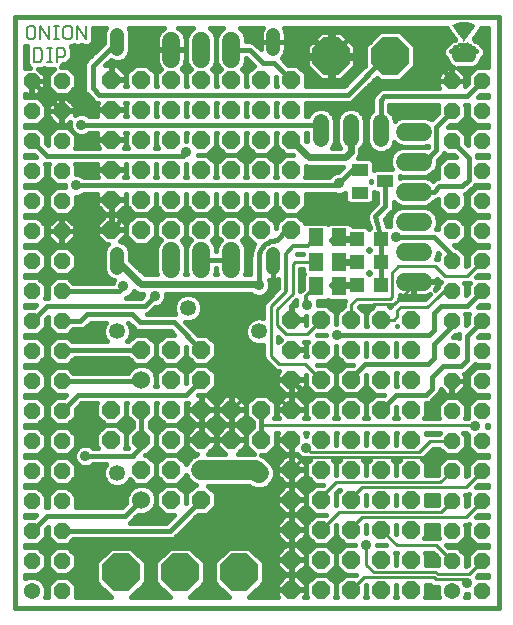
<source format=gtl>
G75*
%MOIN*%
%OFA0B0*%
%FSLAX24Y24*%
%IPPOS*%
%LPD*%
%AMOC8*
5,1,8,0,0,1.08239X$1,22.5*
%
%ADD10C,0.0160*%
%ADD11C,0.0060*%
%ADD12C,0.0540*%
%ADD13OC8,0.0540*%
%ADD14OC8,0.1250*%
%ADD15C,0.0472*%
%ADD16R,0.0472X0.0472*%
%ADD17R,0.0512X0.0591*%
%ADD18C,0.0540*%
%ADD19C,0.0531*%
%ADD20R,0.0551X0.0394*%
%ADD21OC8,0.0600*%
%ADD22C,0.0600*%
%ADD23C,0.0600*%
%ADD24R,0.0421X0.0004*%
%ADD25R,0.0465X0.0004*%
%ADD26R,0.0492X0.0004*%
%ADD27R,0.0516X0.0004*%
%ADD28R,0.0531X0.0004*%
%ADD29R,0.0547X0.0004*%
%ADD30R,0.0563X0.0004*%
%ADD31R,0.0575X0.0004*%
%ADD32R,0.0587X0.0004*%
%ADD33R,0.0598X0.0004*%
%ADD34R,0.0610X0.0004*%
%ADD35R,0.0618X0.0004*%
%ADD36R,0.0626X0.0004*%
%ADD37R,0.0638X0.0004*%
%ADD38R,0.0646X0.0004*%
%ADD39R,0.0650X0.0004*%
%ADD40R,0.0657X0.0004*%
%ADD41R,0.0665X0.0004*%
%ADD42R,0.0673X0.0004*%
%ADD43R,0.0677X0.0004*%
%ADD44R,0.0685X0.0004*%
%ADD45R,0.0689X0.0004*%
%ADD46R,0.0693X0.0004*%
%ADD47R,0.0701X0.0004*%
%ADD48R,0.0705X0.0004*%
%ADD49R,0.0709X0.0004*%
%ADD50R,0.0717X0.0004*%
%ADD51R,0.0720X0.0004*%
%ADD52R,0.0724X0.0004*%
%ADD53R,0.0728X0.0004*%
%ADD54R,0.0732X0.0004*%
%ADD55R,0.0736X0.0004*%
%ADD56R,0.0740X0.0004*%
%ADD57R,0.0744X0.0004*%
%ADD58R,0.0748X0.0004*%
%ADD59R,0.0752X0.0004*%
%ADD60R,0.0756X0.0004*%
%ADD61R,0.0760X0.0004*%
%ADD62R,0.0764X0.0004*%
%ADD63R,0.0768X0.0004*%
%ADD64R,0.0772X0.0004*%
%ADD65R,0.0776X0.0004*%
%ADD66R,0.0780X0.0004*%
%ADD67R,0.0783X0.0004*%
%ADD68R,0.0787X0.0004*%
%ADD69R,0.0791X0.0004*%
%ADD70R,0.0795X0.0004*%
%ADD71R,0.0799X0.0004*%
%ADD72R,0.0803X0.0004*%
%ADD73R,0.0807X0.0004*%
%ADD74R,0.0811X0.0004*%
%ADD75R,0.0815X0.0004*%
%ADD76R,0.0819X0.0004*%
%ADD77R,0.0823X0.0004*%
%ADD78R,0.0827X0.0004*%
%ADD79R,0.0831X0.0004*%
%ADD80R,0.0835X0.0004*%
%ADD81R,0.0839X0.0004*%
%ADD82R,0.0909X0.0004*%
%ADD83R,0.0937X0.0004*%
%ADD84R,0.0953X0.0004*%
%ADD85R,0.0961X0.0004*%
%ADD86R,0.0969X0.0004*%
%ADD87R,0.0976X0.0004*%
%ADD88R,0.0980X0.0004*%
%ADD89R,0.0984X0.0004*%
%ADD90R,0.0965X0.0004*%
%ADD91R,0.0957X0.0004*%
%ADD92R,0.0945X0.0004*%
%ADD93R,0.0921X0.0004*%
%ADD94R,0.0232X0.0004*%
%ADD95R,0.0555X0.0004*%
%ADD96R,0.0224X0.0004*%
%ADD97R,0.0543X0.0004*%
%ADD98R,0.0539X0.0004*%
%ADD99R,0.0220X0.0004*%
%ADD100R,0.0535X0.0004*%
%ADD101R,0.0528X0.0004*%
%ADD102R,0.0520X0.0004*%
%ADD103R,0.0512X0.0004*%
%ADD104R,0.0500X0.0004*%
%ADD105R,0.0488X0.0004*%
%ADD106R,0.0484X0.0004*%
%ADD107R,0.0476X0.0004*%
%ADD108R,0.0449X0.0004*%
%ADD109R,0.0370X0.0004*%
%ADD110R,0.0043X0.0004*%
%ADD111R,0.0228X0.0004*%
%ADD112R,0.0358X0.0004*%
%ADD113R,0.0350X0.0004*%
%ADD114R,0.0343X0.0004*%
%ADD115R,0.0331X0.0004*%
%ADD116R,0.0319X0.0004*%
%ADD117R,0.0311X0.0004*%
%ADD118R,0.0307X0.0004*%
%ADD119R,0.0303X0.0004*%
%ADD120R,0.0063X0.0004*%
%ADD121R,0.0130X0.0004*%
%ADD122R,0.0445X0.0004*%
%ADD123R,0.0437X0.0004*%
%ADD124R,0.0433X0.0004*%
%ADD125R,0.0362X0.0004*%
%ADD126R,0.0047X0.0004*%
%ADD127R,0.0354X0.0004*%
%ADD128R,0.0031X0.0004*%
%ADD129R,0.0346X0.0004*%
%ADD130R,0.0339X0.0004*%
%ADD131R,0.0055X0.0004*%
%ADD132R,0.0177X0.0004*%
%ADD133R,0.0035X0.0004*%
%ADD134R,0.0161X0.0004*%
%ADD135R,0.0051X0.0004*%
%ADD136R,0.0142X0.0004*%
%ADD137R,0.0118X0.0004*%
%ADD138R,0.0091X0.0004*%
%ADD139R,0.0024X0.0004*%
%ADD140R,0.0020X0.0004*%
%ADD141R,0.0008X0.0004*%
%ADD142R,0.0004X0.0004*%
%ADD143R,0.0012X0.0004*%
%ADD144R,0.0028X0.0004*%
%ADD145R,0.0059X0.0004*%
%ADD146R,0.0067X0.0004*%
%ADD147R,0.0075X0.0004*%
%ADD148R,0.0083X0.0004*%
%ADD149R,0.0098X0.0004*%
%ADD150R,0.0106X0.0004*%
%ADD151R,0.0114X0.0004*%
%ADD152R,0.0122X0.0004*%
%ADD153R,0.0138X0.0004*%
%ADD154R,0.0146X0.0004*%
%ADD155R,0.0154X0.0004*%
%ADD156R,0.0165X0.0004*%
%ADD157R,0.0169X0.0004*%
%ADD158R,0.0185X0.0004*%
%ADD159R,0.0189X0.0004*%
%ADD160R,0.0193X0.0004*%
%ADD161R,0.0201X0.0004*%
%ADD162R,0.0209X0.0004*%
%ADD163R,0.0213X0.0004*%
%ADD164R,0.0217X0.0004*%
%ADD165R,0.0236X0.0004*%
%ADD166R,0.0240X0.0004*%
%ADD167R,0.0248X0.0004*%
%ADD168R,0.0256X0.0004*%
%ADD169R,0.0264X0.0004*%
%ADD170R,0.0272X0.0004*%
%ADD171R,0.0280X0.0004*%
%ADD172R,0.0287X0.0004*%
%ADD173R,0.0295X0.0004*%
%ADD174R,0.0299X0.0004*%
%ADD175R,0.0126X0.0004*%
%ADD176R,0.0157X0.0004*%
%ADD177R,0.0134X0.0004*%
%ADD178R,0.0173X0.0004*%
%ADD179R,0.0366X0.0004*%
%ADD180R,0.0374X0.0004*%
%ADD181R,0.0382X0.0004*%
%ADD182R,0.0390X0.0004*%
%ADD183R,0.0394X0.0004*%
%ADD184R,0.0398X0.0004*%
%ADD185R,0.0406X0.0004*%
%ADD186R,0.0409X0.0004*%
%ADD187R,0.0417X0.0004*%
%ADD188R,0.0429X0.0004*%
%ADD189R,0.0441X0.0004*%
%ADD190R,0.0453X0.0004*%
%ADD191R,0.0457X0.0004*%
%ADD192R,0.0469X0.0004*%
%ADD193R,0.0480X0.0004*%
%ADD194R,0.0504X0.0004*%
%ADD195R,0.0508X0.0004*%
%ADD196R,0.0551X0.0004*%
%ADD197R,0.0567X0.0004*%
%ADD198R,0.0579X0.0004*%
%ADD199R,0.0413X0.0004*%
%ADD200R,0.0425X0.0004*%
%ADD201R,0.0181X0.0004*%
%ADD202R,0.0634X0.0004*%
%ADD203R,0.0654X0.0004*%
%ADD204R,0.0661X0.0004*%
%ADD205R,0.0669X0.0004*%
%ADD206R,0.0697X0.0004*%
%ADD207R,0.0244X0.0004*%
%ADD208R,0.0252X0.0004*%
%ADD209R,0.0461X0.0004*%
%ADD210R,0.0094X0.0004*%
%ADD211R,0.0622X0.0004*%
%ADD212R,0.0102X0.0004*%
%ADD213R,0.0630X0.0004*%
%ADD214R,0.0614X0.0004*%
%ADD215R,0.0583X0.0004*%
%ADD216R,0.0327X0.0004*%
%ADD217C,0.0356*%
%ADD218C,0.0100*%
%ADD219C,0.0120*%
%ADD220C,0.0240*%
%ADD221C,0.0660*%
D10*
X002057Y000180D02*
X018199Y000180D01*
X018199Y019865D01*
X002057Y019865D01*
X002057Y000180D01*
X002417Y001156D02*
X002417Y001281D01*
X002433Y001265D01*
X002823Y001265D01*
X003098Y001540D01*
X003098Y001930D01*
X002823Y002205D01*
X002433Y002205D01*
X002417Y002189D01*
X002417Y002281D01*
X002433Y002265D01*
X002823Y002265D01*
X003098Y002540D01*
X003098Y002809D01*
X003158Y002869D01*
X003158Y002540D01*
X003433Y002265D01*
X003823Y002265D01*
X004012Y002455D01*
X007286Y002455D01*
X007389Y002498D01*
X008173Y003282D01*
X008485Y003282D01*
X008777Y003575D01*
X008777Y003989D01*
X008515Y004252D01*
X009861Y004252D01*
X009898Y004215D01*
X010093Y004134D01*
X010304Y004134D01*
X010499Y004215D01*
X010648Y004364D01*
X010729Y004559D01*
X010729Y004770D01*
X010648Y004964D01*
X010381Y005232D01*
X010258Y005282D01*
X010485Y005282D01*
X010777Y005575D01*
X010777Y005989D01*
X010754Y006013D01*
X010829Y006013D01*
X010797Y005981D01*
X010797Y005802D01*
X011257Y005802D01*
X011257Y005762D01*
X011297Y005762D01*
X011297Y005302D01*
X011460Y005302D01*
X011461Y005300D01*
X011567Y005194D01*
X011706Y005137D01*
X011818Y005137D01*
X011889Y005107D01*
X011895Y005107D01*
X011777Y004989D01*
X011777Y004575D01*
X012070Y004282D01*
X011777Y003989D01*
X011777Y003575D01*
X012070Y003282D01*
X011777Y002989D01*
X011777Y002575D01*
X012070Y002282D01*
X011777Y001989D01*
X011777Y001575D01*
X012070Y001282D01*
X011777Y000989D01*
X011777Y000575D01*
X011813Y000540D01*
X011714Y000540D01*
X011757Y000584D01*
X011757Y000762D01*
X011297Y000762D01*
X011297Y000802D01*
X011257Y000802D01*
X011257Y000762D01*
X010797Y000762D01*
X010797Y000584D01*
X010841Y000540D01*
X009883Y000540D01*
X010362Y001019D01*
X010362Y001703D01*
X009879Y002186D01*
X009196Y002186D01*
X008712Y001703D01*
X008712Y001019D01*
X009192Y000540D01*
X007914Y000540D01*
X008394Y001019D01*
X008394Y001703D01*
X007910Y002186D01*
X007227Y002186D01*
X006744Y001703D01*
X006744Y001019D01*
X007223Y000540D01*
X005946Y000540D01*
X006425Y001019D01*
X006425Y001703D01*
X005942Y002186D01*
X005259Y002186D01*
X004775Y001703D01*
X004775Y001019D01*
X005255Y000540D01*
X004097Y000540D01*
X004098Y000540D01*
X004098Y000930D01*
X003823Y001205D01*
X003433Y001205D01*
X003158Y000930D01*
X003158Y000540D01*
X003056Y000540D01*
X003098Y000642D01*
X003098Y000829D01*
X003026Y001001D01*
X002894Y001134D01*
X002721Y001205D01*
X002534Y001205D01*
X002417Y001156D01*
X002847Y001290D02*
X003409Y001290D01*
X003433Y001265D02*
X003823Y001265D01*
X004098Y001540D01*
X004098Y001930D01*
X003823Y002205D01*
X003433Y002205D01*
X003158Y001930D01*
X003158Y001540D01*
X003433Y001265D01*
X003359Y001131D02*
X002897Y001131D01*
X003038Y000973D02*
X003201Y000973D01*
X003158Y000814D02*
X003098Y000814D01*
X003098Y000656D02*
X003158Y000656D01*
X003158Y000540D02*
X003158Y000540D01*
X003897Y001131D02*
X004775Y001131D01*
X004775Y001290D02*
X003847Y001290D01*
X004005Y001448D02*
X004775Y001448D01*
X004775Y001607D02*
X004098Y001607D01*
X004098Y001765D02*
X004837Y001765D01*
X004996Y001924D02*
X004098Y001924D01*
X003946Y002082D02*
X005154Y002082D01*
X005906Y003015D02*
X006175Y003284D01*
X006178Y003282D01*
X006377Y003282D01*
X006561Y003358D01*
X006701Y003499D01*
X006777Y003683D01*
X006777Y003882D01*
X006701Y004066D01*
X006561Y004206D01*
X006377Y004282D01*
X006178Y004282D01*
X005994Y004206D01*
X005854Y004066D01*
X005777Y003882D01*
X005777Y003683D01*
X005779Y003680D01*
X005630Y003531D01*
X004088Y003531D01*
X004098Y003540D01*
X004098Y003930D01*
X003823Y004205D01*
X003433Y004205D01*
X003158Y003930D01*
X003158Y003540D01*
X003167Y003531D01*
X003088Y003531D01*
X003098Y003540D01*
X003098Y003930D01*
X002823Y004205D01*
X002433Y004205D01*
X002417Y004189D01*
X002417Y004281D01*
X002433Y004265D01*
X002823Y004265D01*
X003098Y004540D01*
X003098Y004930D01*
X002823Y005205D01*
X002433Y005205D01*
X002417Y005189D01*
X002417Y005281D01*
X002433Y005265D01*
X002823Y005265D01*
X003098Y005540D01*
X003098Y005930D01*
X002823Y006205D01*
X002433Y006205D01*
X002417Y006189D01*
X002417Y006281D01*
X002433Y006265D01*
X002823Y006265D01*
X003098Y006540D01*
X003098Y006930D01*
X002823Y007205D01*
X002433Y007205D01*
X002417Y007189D01*
X002417Y007281D01*
X002433Y007265D01*
X002823Y007265D01*
X003098Y007540D01*
X003098Y007930D01*
X002823Y008205D01*
X002433Y008205D01*
X002417Y008189D01*
X002417Y008281D01*
X002433Y008265D01*
X002823Y008265D01*
X003098Y008540D01*
X003098Y008930D01*
X002823Y009205D01*
X002433Y009205D01*
X002417Y009189D01*
X002417Y009281D01*
X002433Y009265D01*
X002823Y009265D01*
X003098Y009540D01*
X003098Y009809D01*
X003158Y009869D01*
X003158Y009540D01*
X003433Y009265D01*
X003823Y009265D01*
X004013Y009455D01*
X004306Y009455D01*
X004408Y009498D01*
X004594Y009683D01*
X005110Y009683D01*
X005079Y009652D01*
X005009Y009481D01*
X005009Y009296D01*
X005079Y009125D01*
X005142Y009062D01*
X003965Y009062D01*
X003823Y009205D01*
X003433Y009205D01*
X003158Y008930D01*
X003158Y008540D01*
X003433Y008265D01*
X003823Y008265D01*
X004060Y008502D01*
X005850Y008502D01*
X006070Y008282D01*
X006485Y008282D01*
X006777Y008575D01*
X006777Y008989D01*
X006485Y009282D01*
X006070Y009282D01*
X005850Y009062D01*
X005807Y009062D01*
X005869Y009125D01*
X005940Y009296D01*
X005940Y009481D01*
X005869Y009652D01*
X005838Y009683D01*
X005839Y009683D01*
X005993Y009529D01*
X006072Y009451D01*
X006174Y009408D01*
X007256Y009408D01*
X007381Y009282D01*
X007070Y009282D01*
X006777Y008989D01*
X006777Y008575D01*
X007070Y008282D01*
X006777Y007989D01*
X006777Y007575D01*
X006786Y007566D01*
X006729Y007566D01*
X006777Y007683D01*
X006777Y007882D01*
X006701Y008066D01*
X006561Y008206D01*
X006377Y008282D01*
X006178Y008282D01*
X005994Y008206D01*
X005854Y008066D01*
X005833Y008015D01*
X004013Y008015D01*
X003823Y008205D01*
X003433Y008205D01*
X003158Y007930D01*
X003158Y007540D01*
X003433Y007265D01*
X003762Y007265D01*
X003702Y007205D01*
X003433Y007205D01*
X003158Y006930D01*
X003158Y006540D01*
X003433Y006265D01*
X003823Y006265D01*
X004098Y006540D01*
X004098Y006809D01*
X004295Y007006D01*
X004794Y007006D01*
X004777Y006989D01*
X004777Y006575D01*
X005070Y006282D01*
X004777Y005989D01*
X004777Y005575D01*
X004834Y005519D01*
X004674Y005519D01*
X004633Y005560D01*
X004494Y005617D01*
X004344Y005617D01*
X004205Y005560D01*
X004099Y005453D01*
X004041Y005314D01*
X004041Y005164D01*
X004099Y005025D01*
X004205Y004919D01*
X004344Y004861D01*
X004494Y004861D01*
X004633Y004919D01*
X004674Y004959D01*
X005110Y004959D01*
X005079Y004928D01*
X005009Y004757D01*
X005009Y004572D01*
X005079Y004400D01*
X005210Y004269D01*
X005382Y004199D01*
X005567Y004199D01*
X005738Y004269D01*
X005869Y004400D01*
X005893Y004459D01*
X006070Y004282D01*
X006485Y004282D01*
X006777Y004575D01*
X006777Y004989D01*
X006485Y005282D01*
X006414Y005282D01*
X006485Y005282D01*
X006777Y005575D01*
X006777Y005989D01*
X006557Y006209D01*
X006557Y006355D01*
X006777Y006575D01*
X006777Y006989D01*
X006761Y007006D01*
X006794Y007006D01*
X006777Y006989D01*
X006777Y006575D01*
X007070Y006282D01*
X006777Y005989D01*
X006777Y005575D01*
X007070Y005282D01*
X006777Y004989D01*
X006777Y004575D01*
X007070Y004282D01*
X006777Y003989D01*
X006777Y003575D01*
X007070Y003282D01*
X007381Y003282D01*
X007114Y003015D01*
X005906Y003015D01*
X005924Y003033D02*
X007132Y003033D01*
X007291Y003192D02*
X006083Y003192D01*
X005746Y003251D02*
X006277Y003782D01*
X005820Y003984D02*
X004044Y003984D01*
X004098Y003826D02*
X005777Y003826D01*
X005766Y003667D02*
X004098Y003667D01*
X003885Y004143D02*
X005930Y004143D01*
X006052Y004301D02*
X005770Y004301D01*
X005179Y004301D02*
X003858Y004301D01*
X003823Y004265D02*
X004098Y004540D01*
X004098Y004930D01*
X003823Y005205D01*
X003433Y005205D01*
X003158Y004930D01*
X003158Y004540D01*
X003433Y004265D01*
X003823Y004265D01*
X004017Y004460D02*
X005055Y004460D01*
X005009Y004618D02*
X004098Y004618D01*
X004098Y004777D02*
X005017Y004777D01*
X005086Y004935D02*
X004650Y004935D01*
X004419Y005239D02*
X005974Y005239D01*
X005984Y005240D01*
X005994Y005244D01*
X006002Y005250D01*
X006008Y005259D01*
X006012Y005268D01*
X006013Y005278D01*
X006014Y005278D02*
X006270Y005534D01*
X006270Y005774D01*
X006277Y005782D01*
X006277Y006782D01*
X005991Y006362D02*
X005564Y006362D01*
X005485Y006282D02*
X005777Y006575D01*
X005777Y006989D01*
X005761Y007006D01*
X005794Y007006D01*
X005777Y006989D01*
X005777Y006575D01*
X005997Y006355D01*
X005997Y006209D01*
X005777Y005989D01*
X005485Y006282D01*
X005070Y006282D01*
X005485Y006282D01*
X005564Y006203D02*
X005991Y006203D01*
X005832Y006045D02*
X005722Y006045D01*
X005777Y005989D02*
X005777Y005575D01*
X005721Y005519D01*
X005834Y005519D01*
X005777Y005575D01*
X005777Y005989D01*
X005777Y005886D02*
X005777Y005886D01*
X005777Y005728D02*
X005777Y005728D01*
X005771Y005569D02*
X005784Y005569D01*
X006414Y005282D02*
X006414Y005282D01*
X006515Y005252D02*
X007040Y005252D01*
X007070Y005282D02*
X007485Y005282D01*
X007777Y004989D01*
X007777Y004960D01*
X007777Y004960D01*
X007777Y004989D01*
X007798Y005010D01*
X007828Y005083D01*
X007977Y005232D01*
X008050Y005262D01*
X008070Y005282D01*
X008100Y005282D01*
X008148Y005302D01*
X008079Y005302D01*
X007797Y005584D01*
X007797Y005762D01*
X008257Y005762D01*
X008257Y005802D01*
X007797Y005802D01*
X007797Y005981D01*
X008079Y006262D01*
X008257Y006262D01*
X008257Y005802D01*
X008297Y005802D01*
X008297Y006262D01*
X008476Y006262D01*
X008757Y005981D01*
X008757Y005802D01*
X008297Y005802D01*
X008297Y005762D01*
X008757Y005762D01*
X008757Y005584D01*
X008486Y005312D01*
X009069Y005312D01*
X008797Y005584D01*
X008797Y005762D01*
X009257Y005762D01*
X009257Y005802D01*
X008797Y005802D01*
X008797Y005981D01*
X009079Y006262D01*
X009257Y006262D01*
X009257Y005802D01*
X009297Y005802D01*
X009297Y006262D01*
X009476Y006262D01*
X009757Y005981D01*
X009757Y005802D01*
X009297Y005802D01*
X009297Y005762D01*
X009757Y005762D01*
X009757Y005584D01*
X009486Y005312D01*
X010040Y005312D01*
X009777Y005575D01*
X009777Y005989D01*
X009997Y006209D01*
X009997Y006355D01*
X009777Y006575D01*
X009777Y006989D01*
X010070Y007282D01*
X010485Y007282D01*
X010777Y006989D01*
X010777Y006575D01*
X010715Y006513D01*
X010868Y006513D01*
X010797Y006584D01*
X010797Y006762D01*
X011257Y006762D01*
X011257Y006802D01*
X010797Y006802D01*
X010797Y006981D01*
X011079Y007262D01*
X011257Y007262D01*
X011257Y006802D01*
X011297Y006802D01*
X011297Y007262D01*
X011476Y007262D01*
X011757Y006981D01*
X011757Y006802D01*
X011297Y006802D01*
X011297Y006762D01*
X011757Y006762D01*
X011757Y006584D01*
X011687Y006513D01*
X011840Y006513D01*
X011777Y006575D01*
X011777Y006989D01*
X012070Y007282D01*
X012485Y007282D01*
X012777Y006989D01*
X012777Y006575D01*
X012715Y006513D01*
X012840Y006513D01*
X012777Y006575D01*
X012777Y006989D01*
X013070Y007282D01*
X013485Y007282D01*
X013777Y006989D01*
X013777Y006575D01*
X013715Y006513D01*
X013840Y006513D01*
X013777Y006575D01*
X013777Y006989D01*
X014070Y007282D01*
X014381Y007282D01*
X014381Y007282D01*
X014070Y007282D01*
X013777Y007575D01*
X013777Y007942D01*
X013777Y007575D01*
X013485Y007282D01*
X013070Y007282D01*
X012777Y007575D01*
X012777Y007989D01*
X012485Y008282D01*
X012131Y008282D01*
X012131Y008282D01*
X012485Y008282D01*
X012777Y008575D01*
X012777Y008896D01*
X012777Y008896D01*
X012777Y008575D01*
X013070Y008282D01*
X012777Y007989D01*
X012777Y007575D01*
X012485Y007282D01*
X012070Y007282D01*
X011777Y007575D01*
X011777Y007929D01*
X011757Y007949D01*
X011757Y007802D01*
X011297Y007802D01*
X011297Y007762D01*
X011297Y007302D01*
X011476Y007302D01*
X011757Y007584D01*
X011757Y007762D01*
X011297Y007762D01*
X011257Y007762D01*
X011257Y007302D01*
X011079Y007302D01*
X010797Y007584D01*
X010797Y007762D01*
X011257Y007762D01*
X011257Y007802D01*
X010797Y007802D01*
X010797Y007981D01*
X010876Y008060D01*
X010826Y008060D01*
X010734Y008098D01*
X010388Y008444D01*
X010350Y008536D01*
X010350Y008947D01*
X010291Y008923D01*
X010106Y008923D01*
X009935Y008994D01*
X009804Y009125D01*
X009733Y009296D01*
X009733Y009481D01*
X009804Y009652D01*
X009935Y009784D01*
X010106Y009854D01*
X010291Y009854D01*
X010350Y009830D01*
X010350Y010289D01*
X010388Y010381D01*
X010459Y010451D01*
X010832Y010825D01*
X010832Y011125D01*
X010771Y011105D01*
X010706Y011094D01*
X010673Y011094D01*
X010673Y011747D01*
X010673Y011747D01*
X010673Y011094D01*
X010641Y011094D01*
X010576Y011105D01*
X010528Y011120D01*
X010577Y011003D01*
X010577Y010853D01*
X010519Y010714D01*
X010413Y010607D01*
X010274Y010550D01*
X010123Y010550D01*
X009985Y010607D01*
X009945Y010647D01*
X007100Y010647D01*
X007100Y010498D01*
X007043Y010360D01*
X006936Y010253D01*
X006798Y010196D01*
X006740Y010196D01*
X006546Y010002D01*
X006465Y009968D01*
X007419Y009968D01*
X007371Y010083D01*
X007371Y010269D01*
X007442Y010440D01*
X007573Y010571D01*
X007744Y010642D01*
X007929Y010642D01*
X008100Y010571D01*
X008231Y010440D01*
X008302Y010269D01*
X008302Y010083D01*
X008231Y009912D01*
X008100Y009781D01*
X007929Y009710D01*
X007745Y009710D01*
X008173Y009282D01*
X008485Y009282D01*
X008777Y008989D01*
X008777Y008575D01*
X008485Y008282D01*
X008070Y008282D01*
X007777Y007989D01*
X007485Y008282D01*
X007070Y008282D01*
X007485Y008282D01*
X007777Y008575D01*
X007777Y008886D01*
X007777Y008575D01*
X008070Y008282D01*
X008485Y008282D01*
X008777Y007989D01*
X008777Y007575D01*
X008485Y007282D01*
X008173Y007282D01*
X008153Y007262D01*
X008257Y007262D01*
X008257Y006802D01*
X008257Y006762D01*
X008297Y006762D01*
X008297Y006302D01*
X008476Y006302D01*
X008757Y006584D01*
X008757Y006762D01*
X008297Y006762D01*
X008297Y006802D01*
X008257Y006802D01*
X007797Y006802D01*
X007797Y006981D01*
X007823Y007006D01*
X007761Y007006D01*
X007777Y006989D01*
X007777Y006575D01*
X007485Y006282D01*
X007070Y006282D01*
X007485Y006282D01*
X007777Y005989D01*
X007777Y005575D01*
X007485Y005282D01*
X007070Y005282D01*
X006942Y005411D02*
X006613Y005411D01*
X006771Y005569D02*
X006784Y005569D01*
X006777Y005728D02*
X006777Y005728D01*
X006777Y005886D02*
X006777Y005886D01*
X006722Y006045D02*
X006832Y006045D01*
X006991Y006203D02*
X006564Y006203D01*
X006564Y006362D02*
X006991Y006362D01*
X006833Y006520D02*
X006722Y006520D01*
X006777Y006679D02*
X006777Y006679D01*
X006777Y006837D02*
X006777Y006837D01*
X006771Y006996D02*
X006783Y006996D01*
X006755Y007630D02*
X006777Y007630D01*
X006777Y007788D02*
X006777Y007788D01*
X006777Y007947D02*
X006751Y007947D01*
X006662Y008105D02*
X006893Y008105D01*
X007051Y008264D02*
X006422Y008264D01*
X006624Y008422D02*
X006931Y008422D01*
X006777Y008581D02*
X006777Y008581D01*
X006777Y008739D02*
X006777Y008739D01*
X006777Y008898D02*
X006777Y008898D01*
X006711Y009056D02*
X006844Y009056D01*
X007002Y009215D02*
X006552Y009215D01*
X006277Y008782D02*
X003675Y008782D01*
X003628Y008735D01*
X003284Y009056D02*
X002972Y009056D01*
X003098Y008898D02*
X003158Y008898D01*
X003158Y008739D02*
X003098Y008739D01*
X003098Y008581D02*
X003158Y008581D01*
X003276Y008422D02*
X002979Y008422D01*
X002923Y008105D02*
X003333Y008105D01*
X003175Y007947D02*
X003081Y007947D01*
X003098Y007788D02*
X003158Y007788D01*
X003158Y007630D02*
X003098Y007630D01*
X003028Y007471D02*
X003227Y007471D01*
X003386Y007313D02*
X002870Y007313D01*
X002874Y007154D02*
X003382Y007154D01*
X003224Y006996D02*
X003032Y006996D01*
X003098Y006837D02*
X003158Y006837D01*
X003158Y006679D02*
X003098Y006679D01*
X003077Y006520D02*
X003178Y006520D01*
X003337Y006362D02*
X002919Y006362D01*
X002825Y006203D02*
X003431Y006203D01*
X003433Y006205D02*
X003158Y005930D01*
X003158Y005540D01*
X003433Y005265D01*
X003823Y005265D01*
X004098Y005540D01*
X004098Y005930D01*
X003823Y006205D01*
X003433Y006205D01*
X003273Y006045D02*
X002983Y006045D01*
X003098Y005886D02*
X003158Y005886D01*
X003158Y005728D02*
X003098Y005728D01*
X003098Y005569D02*
X003158Y005569D01*
X003288Y005411D02*
X002968Y005411D01*
X002934Y005094D02*
X003322Y005094D01*
X003163Y004935D02*
X003093Y004935D01*
X003098Y004777D02*
X003158Y004777D01*
X003158Y004618D02*
X003098Y004618D01*
X003017Y004460D02*
X003239Y004460D01*
X003397Y004301D02*
X002858Y004301D01*
X002885Y004143D02*
X003371Y004143D01*
X003212Y003984D02*
X003044Y003984D01*
X003098Y003826D02*
X003158Y003826D01*
X003158Y003667D02*
X003098Y003667D01*
X003144Y003251D02*
X005746Y003251D01*
X006540Y003350D02*
X007003Y003350D01*
X006844Y003509D02*
X006705Y003509D01*
X006771Y003667D02*
X006777Y003667D01*
X006777Y003826D02*
X006777Y003826D01*
X006777Y003984D02*
X006735Y003984D01*
X006624Y004143D02*
X006930Y004143D01*
X007070Y004282D02*
X007485Y004282D01*
X007777Y003989D01*
X007777Y003678D01*
X007777Y003678D01*
X007777Y003989D01*
X008070Y004282D01*
X008100Y004282D01*
X008100Y004282D01*
X008070Y004282D01*
X008050Y004303D01*
X007977Y004333D01*
X007828Y004482D01*
X007798Y004555D01*
X007777Y004575D01*
X007777Y004605D01*
X007777Y004605D01*
X007777Y004575D01*
X007485Y004282D01*
X007070Y004282D01*
X007052Y004301D02*
X006503Y004301D01*
X006662Y004460D02*
X006893Y004460D01*
X006777Y004618D02*
X006777Y004618D01*
X006777Y004777D02*
X006777Y004777D01*
X006777Y004935D02*
X006777Y004935D01*
X006673Y005094D02*
X006881Y005094D01*
X007515Y005252D02*
X008026Y005252D01*
X007970Y005411D02*
X007613Y005411D01*
X007771Y005569D02*
X007812Y005569D01*
X007797Y005728D02*
X007777Y005728D01*
X007777Y005886D02*
X007797Y005886D01*
X007861Y006045D02*
X007722Y006045D01*
X007564Y006203D02*
X008019Y006203D01*
X008079Y006302D02*
X008257Y006302D01*
X008257Y006762D01*
X007797Y006762D01*
X007797Y006584D01*
X008079Y006302D01*
X008019Y006362D02*
X007564Y006362D01*
X007722Y006520D02*
X007861Y006520D01*
X007797Y006679D02*
X007777Y006679D01*
X007777Y006837D02*
X007797Y006837D01*
X007812Y006996D02*
X007771Y006996D01*
X007781Y007286D02*
X008277Y007782D01*
X007777Y007788D02*
X007777Y007788D01*
X007777Y007678D02*
X007777Y007678D01*
X007777Y007989D01*
X007777Y007678D01*
X007777Y007947D02*
X007777Y007947D01*
X007662Y008105D02*
X007893Y008105D01*
X008051Y008264D02*
X007503Y008264D01*
X007624Y008422D02*
X007931Y008422D01*
X007777Y008581D02*
X007777Y008581D01*
X007777Y008739D02*
X007777Y008739D01*
X007777Y008886D02*
X007777Y008886D01*
X008277Y008782D02*
X007372Y009688D01*
X006230Y009688D01*
X005955Y009963D01*
X004478Y009963D01*
X004250Y009735D01*
X003628Y009735D01*
X003930Y009373D02*
X005009Y009373D01*
X005029Y009532D02*
X004442Y009532D01*
X005042Y009215D02*
X002417Y009215D01*
X002930Y009373D02*
X003325Y009373D01*
X003167Y009532D02*
X003089Y009532D01*
X003098Y009690D02*
X003158Y009690D01*
X003158Y009849D02*
X003137Y009849D01*
X003132Y010239D02*
X006388Y010239D01*
X006722Y010574D01*
X006344Y010592D02*
X006272Y010519D01*
X005775Y010519D01*
X005893Y010568D01*
X006000Y010674D01*
X006027Y010741D01*
X006072Y010696D01*
X006189Y010647D01*
X006344Y010647D01*
X006344Y010592D01*
X006344Y010641D02*
X005966Y010641D01*
X005679Y010889D02*
X005525Y010735D01*
X003628Y010735D01*
X003345Y011117D02*
X002911Y011117D01*
X002823Y011205D02*
X002433Y011205D01*
X002417Y011189D01*
X002417Y011281D01*
X002433Y011265D01*
X002823Y011265D01*
X003098Y011540D01*
X003098Y011930D01*
X002823Y012205D01*
X002433Y012205D01*
X002417Y012189D01*
X002417Y012281D01*
X002433Y012265D01*
X002823Y012265D01*
X003098Y012540D01*
X003098Y012930D01*
X002823Y013205D01*
X002433Y013205D01*
X002417Y013189D01*
X002417Y013281D01*
X002433Y013265D01*
X002823Y013265D01*
X003098Y013540D01*
X003098Y013930D01*
X002823Y014205D01*
X002433Y014205D01*
X002417Y014189D01*
X002417Y014281D01*
X002433Y014265D01*
X002823Y014265D01*
X003098Y014540D01*
X003098Y014930D01*
X003069Y014959D01*
X003187Y014959D01*
X003158Y014930D01*
X003158Y014540D01*
X003433Y014265D01*
X003726Y014265D01*
X003726Y014205D01*
X003433Y014205D01*
X003158Y013930D01*
X003158Y013540D01*
X003433Y013265D01*
X003823Y013265D01*
X004098Y013540D01*
X004098Y013877D01*
X004179Y013877D01*
X004318Y013934D01*
X004359Y013975D01*
X004797Y013975D01*
X004797Y013802D01*
X005257Y013802D01*
X005257Y013762D01*
X005297Y013762D01*
X005297Y013302D01*
X005476Y013302D01*
X005757Y013584D01*
X005757Y013762D01*
X005297Y013762D01*
X005297Y013802D01*
X005757Y013802D01*
X005757Y013975D01*
X005777Y013975D01*
X005777Y013575D01*
X006070Y013282D01*
X005777Y012989D01*
X005777Y012575D01*
X006070Y012282D01*
X006485Y012282D01*
X006777Y012575D01*
X006777Y012989D01*
X006485Y013282D01*
X006070Y013282D01*
X006485Y013282D01*
X006777Y013575D01*
X006777Y013975D01*
X006777Y013975D01*
X006777Y013575D01*
X007070Y013282D01*
X006777Y012989D01*
X006777Y012575D01*
X006920Y012432D01*
X006854Y012366D01*
X006777Y012182D01*
X006777Y011383D01*
X006817Y011287D01*
X006386Y011287D01*
X005910Y011763D01*
X005910Y012070D01*
X005843Y012230D01*
X005721Y012353D01*
X005584Y012410D01*
X005757Y012584D01*
X005757Y012762D01*
X005297Y012762D01*
X005297Y012802D01*
X005257Y012802D01*
X005257Y012762D01*
X004797Y012762D01*
X004797Y012584D01*
X005079Y012302D01*
X005176Y012302D01*
X005104Y012230D01*
X005037Y012070D01*
X005037Y011424D01*
X005104Y011264D01*
X005226Y011141D01*
X005353Y011089D01*
X005322Y011015D01*
X004013Y011015D01*
X003823Y011205D01*
X003433Y011205D01*
X003158Y010930D01*
X003158Y010540D01*
X003179Y010519D01*
X003076Y010519D01*
X003098Y010540D01*
X003098Y010930D01*
X002823Y011205D01*
X002832Y011275D02*
X003423Y011275D01*
X003433Y011265D02*
X003823Y011265D01*
X004098Y011540D01*
X004098Y011930D01*
X003823Y012205D01*
X003433Y012205D01*
X003158Y011930D01*
X003158Y011540D01*
X003433Y011265D01*
X003265Y011434D02*
X002991Y011434D01*
X003098Y011592D02*
X003158Y011592D01*
X003158Y011751D02*
X003098Y011751D01*
X003098Y011909D02*
X003158Y011909D01*
X003296Y012068D02*
X002960Y012068D01*
X002942Y012385D02*
X003342Y012385D01*
X003441Y012285D02*
X003178Y012549D01*
X003178Y012725D01*
X003618Y012725D01*
X003638Y012725D01*
X003638Y012745D01*
X004078Y012745D01*
X004078Y012922D01*
X003814Y013185D01*
X003638Y013185D01*
X003638Y012745D01*
X003618Y012745D01*
X003618Y013185D01*
X003441Y013185D01*
X003178Y012922D01*
X003178Y012745D01*
X003618Y012745D01*
X003618Y012725D01*
X003618Y012285D01*
X003441Y012285D01*
X003638Y012285D02*
X003814Y012285D01*
X004078Y012549D01*
X004078Y012725D01*
X003638Y012725D01*
X003638Y012285D01*
X003638Y012385D02*
X003618Y012385D01*
X003618Y012543D02*
X003638Y012543D01*
X003638Y012702D02*
X003618Y012702D01*
X003628Y012735D02*
X005230Y012735D01*
X005277Y012782D01*
X005785Y013290D01*
X010777Y013290D01*
X010817Y013330D01*
X010859Y013494D02*
X010696Y013494D01*
X010777Y013575D02*
X010485Y013282D01*
X010070Y013282D01*
X009777Y012989D01*
X009485Y013282D01*
X009070Y013282D01*
X008777Y012989D01*
X008485Y013282D01*
X008070Y013282D01*
X007777Y012989D01*
X007485Y013282D01*
X007070Y013282D01*
X007485Y013282D01*
X007777Y013575D01*
X007777Y013975D01*
X007777Y013975D01*
X007777Y013575D01*
X008070Y013282D01*
X008485Y013282D01*
X008777Y013575D01*
X008777Y013975D01*
X008777Y013975D01*
X008777Y013575D01*
X009070Y013282D01*
X009485Y013282D01*
X009777Y013575D01*
X009777Y013975D01*
X009777Y013975D01*
X009777Y013575D01*
X010070Y013282D01*
X010485Y013282D01*
X010777Y012989D01*
X010777Y012823D01*
X010777Y012823D01*
X010777Y012989D01*
X011070Y013282D01*
X011485Y013282D01*
X011763Y013004D01*
X011777Y013018D01*
X012455Y013018D01*
X012490Y012983D01*
X012525Y013018D01*
X013203Y013018D01*
X013320Y012901D01*
X013320Y012900D01*
X013774Y012900D01*
X013868Y012805D01*
X013897Y012835D01*
X013818Y013142D01*
X013805Y013175D01*
X013805Y013196D01*
X013799Y013216D01*
X013805Y013251D01*
X013805Y013287D01*
X013812Y013306D01*
X013815Y013326D01*
X013833Y013357D01*
X013847Y013390D01*
X013862Y013404D01*
X013872Y013422D01*
X013901Y013443D01*
X014139Y013682D01*
X014139Y013996D01*
X014061Y013996D01*
X014029Y014028D01*
X014029Y013739D01*
X013911Y013622D01*
X013195Y013622D01*
X013077Y013739D01*
X013077Y014012D01*
X013068Y014003D01*
X012929Y013946D01*
X012779Y013946D01*
X012708Y013975D01*
X011777Y013975D01*
X011777Y013575D01*
X011485Y013282D01*
X011070Y013282D01*
X010777Y013575D01*
X010777Y013975D01*
X010777Y013975D01*
X010777Y013575D01*
X010777Y013653D02*
X010777Y013653D01*
X010777Y013811D02*
X010777Y013811D01*
X010777Y013970D02*
X010777Y013970D01*
X010737Y014535D02*
X010777Y014575D01*
X010777Y014989D01*
X010485Y015282D01*
X010070Y015282D01*
X009777Y014989D01*
X009485Y015282D01*
X009070Y015282D01*
X008777Y014989D01*
X008485Y015282D01*
X008163Y015282D01*
X008485Y015282D01*
X008777Y015575D01*
X008777Y015989D01*
X008765Y016002D01*
X008790Y016002D01*
X008777Y015989D01*
X008777Y015575D01*
X009070Y015282D01*
X009485Y015282D01*
X009777Y015575D01*
X009777Y015989D01*
X009765Y016002D01*
X009790Y016002D01*
X009777Y015989D01*
X009777Y015575D01*
X010070Y015282D01*
X010485Y015282D01*
X010777Y015575D01*
X010777Y015989D01*
X010765Y016002D01*
X010790Y016002D01*
X010777Y015989D01*
X010777Y015575D01*
X011070Y015282D01*
X010777Y014989D01*
X010777Y014575D01*
X010818Y014535D01*
X010737Y014535D01*
X010777Y014604D02*
X010777Y014604D01*
X010777Y014762D02*
X010777Y014762D01*
X010777Y014921D02*
X010777Y014921D01*
X010688Y015079D02*
X010867Y015079D01*
X011025Y015238D02*
X010529Y015238D01*
X010598Y015396D02*
X010957Y015396D01*
X011070Y015282D02*
X011325Y015282D01*
X011070Y015282D01*
X011325Y015282D02*
X011325Y015282D01*
X010798Y015555D02*
X010757Y015555D01*
X010777Y015713D02*
X010777Y015713D01*
X010777Y015872D02*
X010777Y015872D01*
X010765Y016562D02*
X010777Y016575D01*
X010777Y016989D01*
X010761Y017006D01*
X010794Y017006D01*
X010777Y016989D01*
X010777Y016575D01*
X010790Y016562D01*
X010765Y016562D01*
X010777Y016664D02*
X010777Y016664D01*
X010777Y016823D02*
X010777Y016823D01*
X010777Y016981D02*
X010777Y016981D01*
X010768Y017566D02*
X010777Y017575D01*
X010777Y017886D01*
X010777Y017575D01*
X010786Y017566D01*
X010768Y017566D01*
X010777Y017615D02*
X010777Y017615D01*
X010777Y017774D02*
X010777Y017774D01*
X010777Y017886D02*
X010777Y017886D01*
X010710Y018349D02*
X010325Y018349D01*
X009892Y018782D01*
X009277Y018782D01*
X009777Y019062D02*
X009836Y019062D01*
X009947Y019062D01*
X010050Y019020D01*
X010257Y018813D01*
X010257Y019047D01*
X010673Y019047D01*
X010673Y019047D01*
X010257Y019047D01*
X010257Y019316D01*
X010268Y019381D01*
X010288Y019443D01*
X010318Y019501D01*
X010320Y019505D01*
X009562Y019505D01*
X009701Y019366D01*
X009777Y019182D01*
X009777Y019062D01*
X009770Y019200D02*
X010257Y019200D01*
X010257Y019042D02*
X009998Y019042D01*
X010187Y018883D02*
X010257Y018883D01*
X010673Y019047D02*
X012127Y019047D01*
X012608Y018566D01*
X013435Y019393D01*
X015581Y019393D01*
X015915Y019058D01*
X015915Y018526D01*
X016628Y017814D01*
X016628Y017735D01*
X016638Y017725D02*
X016638Y017745D01*
X017078Y017745D01*
X017078Y017922D01*
X016844Y018155D01*
X017331Y018155D01*
X017335Y018159D01*
X017350Y018159D01*
X017354Y018163D01*
X017366Y018163D01*
X017370Y018167D01*
X017378Y018167D01*
X017382Y018171D01*
X017386Y018171D01*
X017390Y018175D01*
X017394Y018175D01*
X017398Y018179D01*
X017402Y018179D01*
X017406Y018183D01*
X017409Y018187D01*
X017413Y018187D01*
X017417Y018191D01*
X017421Y018195D01*
X017423Y018195D01*
X017158Y017930D01*
X017158Y017661D01*
X017078Y017581D01*
X017078Y017725D01*
X016638Y017725D01*
X016638Y017745D02*
X016618Y017745D01*
X016618Y018185D01*
X016441Y018185D01*
X016178Y017922D01*
X016178Y017745D01*
X016618Y017745D01*
X016618Y017725D01*
X016178Y017725D01*
X016178Y017549D01*
X016219Y017507D01*
X014324Y017507D01*
X014221Y017465D01*
X014103Y017347D01*
X014024Y017268D01*
X013982Y017165D01*
X013982Y016744D01*
X013859Y016622D01*
X013788Y016449D01*
X013788Y015722D01*
X013859Y015549D01*
X013992Y015417D01*
X014164Y015346D01*
X014351Y015346D01*
X014524Y015417D01*
X014656Y015549D01*
X014714Y015689D01*
X014781Y015622D01*
X014965Y015546D01*
X014781Y015470D01*
X014640Y015329D01*
X014564Y015146D01*
X014564Y014947D01*
X014629Y014789D01*
X014061Y014789D01*
X014029Y014757D01*
X014029Y015046D01*
X013911Y015163D01*
X013497Y015163D01*
X013529Y015196D01*
X013578Y015313D01*
X013578Y015471D01*
X013656Y015549D01*
X013728Y015722D01*
X013728Y016449D01*
X013656Y016622D01*
X013524Y016754D01*
X013351Y016826D01*
X013164Y016826D01*
X012992Y016754D01*
X012859Y016622D01*
X012788Y016449D01*
X012788Y015722D01*
X012859Y015549D01*
X012889Y015520D01*
X012627Y015520D01*
X012656Y015549D01*
X012728Y015722D01*
X012728Y016449D01*
X012656Y016622D01*
X012524Y016754D01*
X012351Y016826D01*
X012164Y016826D01*
X011992Y016754D01*
X011859Y016622D01*
X011835Y016562D01*
X011765Y016562D01*
X011777Y016575D01*
X011777Y016989D01*
X011761Y017006D01*
X013215Y017006D01*
X013318Y017049D01*
X013397Y017128D01*
X014122Y017853D01*
X014235Y017741D01*
X014918Y017741D01*
X015402Y018224D01*
X015402Y018908D01*
X014918Y019391D01*
X014235Y019391D01*
X013752Y018908D01*
X013752Y018275D01*
X013043Y017566D01*
X011768Y017566D01*
X011777Y017575D01*
X011777Y017989D01*
X011485Y018282D01*
X011173Y018282D01*
X010954Y018502D01*
X010991Y018540D01*
X011029Y018593D01*
X011059Y018651D01*
X011079Y018713D01*
X011090Y018778D01*
X011090Y019047D01*
X011090Y019316D01*
X011079Y019381D01*
X011059Y019443D01*
X011029Y019501D01*
X011027Y019505D01*
X016457Y019505D01*
X016457Y019477D01*
X016465Y019469D01*
X016465Y019465D01*
X016477Y019453D01*
X016477Y019450D01*
X016489Y019438D01*
X016489Y019434D01*
X016501Y019422D01*
X016501Y019418D01*
X016512Y019406D01*
X016512Y019402D01*
X016520Y019394D01*
X016520Y019390D01*
X016532Y019379D01*
X016532Y019375D01*
X016544Y019363D01*
X016544Y019359D01*
X016556Y019347D01*
X016556Y019343D01*
X016568Y019331D01*
X016568Y019327D01*
X016572Y019324D01*
X016572Y019324D01*
X016579Y019316D01*
X016579Y019312D01*
X016587Y019304D01*
X016587Y019300D01*
X016599Y019288D01*
X016599Y019284D01*
X016611Y019272D01*
X016611Y019268D01*
X016623Y019257D01*
X016623Y019253D01*
X016635Y019241D01*
X016635Y019237D01*
X016642Y019229D01*
X016642Y019225D01*
X016654Y019213D01*
X016654Y019209D01*
X016666Y019198D01*
X016666Y019194D01*
X016678Y019182D01*
X016678Y019178D01*
X016690Y019166D01*
X016690Y019162D01*
X016698Y019154D01*
X016698Y019150D01*
X016709Y019138D01*
X016709Y019135D01*
X016721Y019123D01*
X016721Y019119D01*
X016722Y019118D01*
X016661Y019118D01*
X016657Y019114D01*
X016645Y019114D01*
X016641Y019110D01*
X016634Y019110D01*
X016630Y019106D01*
X016626Y019106D01*
X016622Y019102D01*
X016618Y019102D01*
X016610Y019095D01*
X016606Y019095D01*
X016489Y018977D01*
X016485Y018973D01*
X016481Y018970D01*
X016477Y018966D01*
X016473Y018962D01*
X016469Y018958D01*
X016465Y018954D01*
X016465Y018950D01*
X016461Y018946D01*
X016457Y018942D01*
X016457Y018938D01*
X016453Y018934D01*
X016453Y018930D01*
X016449Y018926D01*
X016449Y018922D01*
X016359Y018832D01*
X016355Y018828D01*
X016355Y018824D01*
X016351Y018820D01*
X016351Y018816D01*
X016347Y018812D01*
X016347Y018587D01*
X016351Y018583D01*
X016351Y018579D01*
X016359Y018572D01*
X016359Y018572D01*
X016430Y018501D01*
X016430Y018497D01*
X016434Y018493D01*
X016434Y018481D01*
X016438Y018477D01*
X016438Y018469D01*
X016442Y018465D01*
X016442Y018457D01*
X016446Y018453D01*
X016446Y018446D01*
X016449Y018442D01*
X016449Y018434D01*
X016453Y018430D01*
X016453Y018426D01*
X016457Y018422D01*
X016457Y018414D01*
X016461Y018410D01*
X016461Y018406D01*
X016465Y018402D01*
X016465Y018398D01*
X016469Y018394D01*
X016469Y018390D01*
X016473Y018387D01*
X016473Y018383D01*
X016477Y018379D01*
X016477Y018375D01*
X016485Y018367D01*
X016485Y018363D01*
X016493Y018355D01*
X016493Y018351D01*
X016512Y018331D01*
X016512Y018327D01*
X016630Y018210D01*
X016634Y018206D01*
X016637Y018206D01*
X016641Y018202D01*
X016645Y018199D01*
X016649Y018195D01*
X016653Y018191D01*
X016657Y018191D01*
X016661Y018187D01*
X016663Y018185D01*
X016638Y018185D01*
X016638Y017745D01*
X016638Y017774D02*
X016618Y017774D01*
X016618Y017932D02*
X016638Y017932D01*
X016638Y018091D02*
X016618Y018091D01*
X016591Y018249D02*
X015402Y018249D01*
X015402Y018408D02*
X016461Y018408D01*
X016364Y018566D02*
X015402Y018566D01*
X015402Y018725D02*
X016347Y018725D01*
X016410Y018883D02*
X015402Y018883D01*
X015268Y019042D02*
X016553Y019042D01*
X016664Y019200D02*
X015109Y019200D01*
X014951Y019359D02*
X016544Y019359D01*
X017358Y019127D02*
X017365Y019135D01*
X017365Y019138D01*
X017377Y019150D01*
X017377Y019154D01*
X017389Y019166D01*
X017389Y019170D01*
X017401Y019182D01*
X017401Y019186D01*
X017409Y019194D01*
X017412Y019198D01*
X017412Y019201D01*
X017424Y019213D01*
X017424Y019217D01*
X017436Y019229D01*
X017436Y019233D01*
X017448Y019245D01*
X017448Y019249D01*
X017460Y019261D01*
X017460Y019264D01*
X017472Y019276D01*
X017472Y019280D01*
X017483Y019292D01*
X017483Y019296D01*
X017491Y019304D01*
X017491Y019308D01*
X017503Y019320D01*
X017503Y019324D01*
X017515Y019335D01*
X017515Y019339D01*
X017527Y019351D01*
X017527Y019355D01*
X017538Y019367D01*
X017538Y019371D01*
X017550Y019383D01*
X017550Y019387D01*
X017562Y019398D01*
X017562Y019402D01*
X017574Y019414D01*
X017574Y019418D01*
X017586Y019430D01*
X017586Y019434D01*
X017598Y019446D01*
X017598Y019450D01*
X017609Y019461D01*
X017609Y019465D01*
X017617Y019473D01*
X017617Y019505D01*
X017839Y019505D01*
X017839Y018189D01*
X017823Y018205D01*
X017436Y018205D01*
X017437Y018206D01*
X017441Y018210D01*
X017445Y018214D01*
X017449Y018218D01*
X017453Y018222D01*
X017457Y018226D01*
X017574Y018343D01*
X017574Y018347D01*
X017582Y018355D01*
X017582Y018359D01*
X017590Y018367D01*
X017590Y018371D01*
X017598Y018379D01*
X017598Y018383D01*
X017601Y018387D01*
X017601Y018390D01*
X017605Y018394D01*
X017605Y018398D01*
X017609Y018402D01*
X017609Y018406D01*
X017613Y018410D01*
X017613Y018418D01*
X017617Y018422D01*
X017617Y018426D01*
X017621Y018430D01*
X017621Y018438D01*
X017625Y018442D01*
X017625Y018446D01*
X017629Y018450D01*
X017629Y018457D01*
X017633Y018461D01*
X017633Y018473D01*
X017637Y018477D01*
X017637Y018485D01*
X017641Y018489D01*
X017641Y018493D01*
X017720Y018572D01*
X017727Y018579D01*
X017727Y018587D01*
X017731Y018591D01*
X017731Y018808D01*
X017727Y018812D01*
X017727Y018820D01*
X017723Y018824D01*
X017720Y018828D01*
X017716Y018832D01*
X017712Y018836D01*
X017621Y018926D01*
X017621Y018930D01*
X017617Y018934D01*
X017613Y018938D01*
X017609Y018942D01*
X017605Y018946D01*
X017601Y018950D01*
X017598Y018954D01*
X017480Y019071D01*
X017476Y019071D01*
X017472Y019075D01*
X017469Y019075D01*
X017465Y019079D01*
X017457Y019079D01*
X017453Y019083D01*
X017402Y019083D01*
X017358Y019127D01*
X017409Y019194D02*
X017409Y019194D01*
X017412Y019200D02*
X017839Y019200D01*
X017839Y019042D02*
X017510Y019042D01*
X017664Y018883D02*
X017839Y018883D01*
X017839Y018725D02*
X017731Y018725D01*
X017720Y018572D02*
X017720Y018572D01*
X017714Y018566D02*
X017839Y018566D01*
X017839Y018408D02*
X017611Y018408D01*
X017480Y018249D02*
X017839Y018249D01*
X017406Y018183D02*
X017406Y018183D01*
X017319Y018091D02*
X016909Y018091D01*
X017067Y017932D02*
X017160Y017932D01*
X017158Y017774D02*
X017078Y017774D01*
X017078Y017615D02*
X017112Y017615D01*
X017120Y017227D02*
X014380Y017227D01*
X014262Y017109D01*
X014262Y016011D01*
X014258Y016086D01*
X013788Y016030D02*
X013728Y016030D01*
X013728Y015872D02*
X013788Y015872D01*
X013791Y015713D02*
X013724Y015713D01*
X013658Y015555D02*
X013857Y015555D01*
X014042Y015396D02*
X013578Y015396D01*
X013546Y015238D02*
X014602Y015238D01*
X014564Y015079D02*
X013996Y015079D01*
X014029Y014921D02*
X014575Y014921D01*
X014895Y014575D02*
X014965Y014546D01*
X014895Y014517D01*
X014895Y014575D01*
X014965Y014546D02*
X015763Y014546D01*
X014965Y014546D01*
X015364Y014046D02*
X016022Y014046D01*
X016210Y014235D01*
X016978Y014235D01*
X017195Y014452D01*
X017195Y015168D01*
X016628Y015735D01*
X017098Y015713D02*
X017158Y015713D01*
X017098Y015661D02*
X017158Y015601D01*
X017158Y015930D01*
X017433Y016205D01*
X017823Y016205D01*
X017839Y016189D01*
X017839Y016281D01*
X017823Y016265D01*
X017433Y016265D01*
X017158Y016540D01*
X017158Y016930D01*
X017175Y016947D01*
X017080Y016947D01*
X017098Y016930D01*
X017098Y016540D01*
X016823Y016265D01*
X016554Y016265D01*
X016494Y016205D01*
X016823Y016205D01*
X017098Y015930D01*
X017098Y015661D01*
X017098Y015872D02*
X017158Y015872D01*
X017258Y016030D02*
X016998Y016030D01*
X016839Y016189D02*
X017417Y016189D01*
X017351Y016347D02*
X016904Y016347D01*
X017063Y016506D02*
X017193Y016506D01*
X017158Y016664D02*
X017098Y016664D01*
X017098Y016823D02*
X017158Y016823D01*
X017494Y017205D02*
X017554Y017265D01*
X017823Y017265D01*
X017839Y017281D01*
X017839Y017189D01*
X017823Y017205D01*
X017494Y017205D01*
X017120Y017227D02*
X017628Y017735D01*
X016628Y016735D02*
X016112Y016219D01*
X016112Y015436D01*
X015722Y015046D01*
X015364Y015046D01*
X015763Y015546D02*
X014965Y015546D01*
X015763Y015546D01*
X015808Y015528D01*
X015832Y015552D01*
X015832Y015575D01*
X015763Y015546D01*
X015784Y015555D02*
X015832Y015555D01*
X016271Y015199D02*
X016164Y015092D01*
X016164Y014947D01*
X016088Y014763D01*
X015947Y014622D01*
X015763Y014546D01*
X015947Y014470D01*
X015998Y014419D01*
X016052Y014472D01*
X016155Y014515D01*
X016183Y014515D01*
X016158Y014540D01*
X016158Y014930D01*
X016433Y015205D01*
X016762Y015205D01*
X016702Y015265D01*
X016433Y015265D01*
X016370Y015328D01*
X016349Y015277D01*
X016271Y015199D01*
X016310Y015238D02*
X016729Y015238D01*
X016307Y015079D02*
X016164Y015079D01*
X016153Y014921D02*
X016158Y014921D01*
X016158Y014762D02*
X016087Y014762D01*
X016158Y014604D02*
X015902Y014604D01*
X015972Y014445D02*
X016024Y014445D01*
X016158Y013800D02*
X016158Y013540D01*
X016433Y013265D01*
X016823Y013265D01*
X017098Y013540D01*
X017098Y013930D01*
X017061Y013966D01*
X017137Y013998D01*
X017353Y014214D01*
X017419Y014280D01*
X017433Y014265D01*
X017823Y014265D01*
X017839Y014281D01*
X017839Y014189D01*
X017823Y014205D01*
X017433Y014205D01*
X017158Y013930D01*
X017158Y013540D01*
X017433Y013265D01*
X017823Y013265D01*
X017839Y013281D01*
X017839Y013189D01*
X017823Y013205D01*
X017433Y013205D01*
X017158Y012930D01*
X017158Y012540D01*
X017433Y012265D01*
X017823Y012265D01*
X017839Y012281D01*
X017839Y012189D01*
X017823Y012205D01*
X017433Y012205D01*
X017158Y011930D01*
X017158Y011619D01*
X017098Y011559D01*
X017098Y011930D01*
X016823Y012205D01*
X016766Y012205D01*
X016706Y012265D01*
X016823Y012265D01*
X017098Y012540D01*
X017098Y012930D01*
X016823Y013205D01*
X016433Y013205D01*
X016158Y012930D01*
X016158Y012794D01*
X016109Y012814D01*
X016164Y012947D01*
X016164Y013146D01*
X016088Y013329D01*
X015947Y013470D01*
X015763Y013546D01*
X014965Y013546D01*
X014781Y013470D01*
X014640Y013329D01*
X014564Y013146D01*
X014564Y012947D01*
X014584Y012900D01*
X014459Y012900D01*
X014395Y013146D01*
X014578Y013328D01*
X014657Y013407D01*
X014699Y013510D01*
X014699Y013704D01*
X014781Y013622D01*
X014965Y013546D01*
X015763Y013546D01*
X015947Y013622D01*
X016088Y013763D01*
X016092Y013772D01*
X016158Y013800D01*
X016158Y013653D02*
X015978Y013653D01*
X015889Y013494D02*
X016204Y013494D01*
X016082Y013336D02*
X016363Y013336D01*
X016405Y013177D02*
X016151Y013177D01*
X016164Y013019D02*
X016247Y013019D01*
X016158Y012860D02*
X016128Y012860D01*
X016033Y012542D02*
X014773Y012542D01*
X014281Y012463D02*
X014085Y013231D01*
X014419Y013566D01*
X014419Y014393D01*
X013944Y014402D02*
X013944Y014383D01*
X013934Y014393D01*
X013944Y014402D01*
X014029Y014762D02*
X014033Y014762D01*
X013553Y014767D02*
X013297Y014767D01*
X012854Y014324D01*
X012785Y014255D01*
X004104Y014255D01*
X004359Y014535D02*
X004318Y014575D01*
X004179Y014633D01*
X004098Y014633D01*
X004098Y014930D01*
X004069Y014959D01*
X004797Y014959D01*
X004797Y014802D01*
X005257Y014802D01*
X005257Y014762D01*
X004797Y014762D01*
X004098Y014762D01*
X004098Y014921D02*
X004797Y014921D01*
X004797Y014762D02*
X004797Y014584D01*
X004846Y014535D01*
X004359Y014535D01*
X004250Y014604D02*
X004797Y014604D01*
X005297Y014762D02*
X005297Y014802D01*
X005757Y014802D01*
X005757Y014959D01*
X005777Y014959D01*
X005777Y014575D01*
X005818Y014535D01*
X005709Y014535D01*
X005757Y014584D01*
X005757Y014762D01*
X005777Y014762D01*
X005757Y014762D02*
X005297Y014762D01*
X005757Y014604D02*
X005777Y014604D01*
X005757Y014921D02*
X005777Y014921D01*
X005834Y015519D02*
X005693Y015519D01*
X005757Y015584D01*
X005757Y015762D01*
X005297Y015762D01*
X005297Y015802D01*
X005757Y015802D01*
X005757Y015981D01*
X005736Y016002D01*
X005790Y016002D01*
X005777Y015989D01*
X005777Y015575D01*
X005834Y015519D01*
X005798Y015555D02*
X005728Y015555D01*
X005757Y015713D02*
X005777Y015713D01*
X005777Y015872D02*
X005757Y015872D01*
X005257Y015802D02*
X005257Y015762D01*
X004797Y015762D01*
X004797Y015584D01*
X004862Y015519D01*
X004076Y015519D01*
X004098Y015540D01*
X004098Y015930D01*
X003823Y016205D01*
X003433Y016205D01*
X003158Y015930D01*
X003158Y015601D01*
X003098Y015661D01*
X003098Y015930D01*
X002823Y016205D01*
X002433Y016205D01*
X002417Y016189D01*
X002417Y016281D01*
X002433Y016265D01*
X002823Y016265D01*
X003098Y016540D01*
X003098Y016930D01*
X002823Y017205D01*
X002433Y017205D01*
X002417Y017189D01*
X002417Y017310D01*
X002441Y017285D01*
X002618Y017285D01*
X002618Y017725D01*
X002638Y017725D01*
X002638Y017745D01*
X003078Y017745D01*
X003078Y017922D01*
X002847Y018152D01*
X002906Y018152D01*
X003002Y018152D01*
X003027Y018177D01*
X003052Y018152D01*
X003380Y018152D01*
X003158Y017930D01*
X003158Y017540D01*
X003433Y017265D01*
X003823Y017265D01*
X004098Y017540D01*
X004098Y017930D01*
X003823Y018205D01*
X003602Y018205D01*
X003684Y018287D01*
X003684Y018299D01*
X003769Y018299D01*
X003771Y018300D01*
X003843Y018372D01*
X003872Y018401D01*
X003977Y018507D01*
X003977Y018654D01*
X003977Y018654D01*
X003977Y018675D01*
X003977Y018697D01*
X003977Y018844D01*
X003920Y018902D01*
X003999Y018902D01*
X004024Y018927D01*
X004049Y018902D01*
X004240Y018902D01*
X004285Y018947D01*
X004299Y018925D01*
X004325Y018920D01*
X004343Y018902D01*
X004415Y018902D01*
X004486Y018888D01*
X004508Y018902D01*
X004533Y018902D01*
X004584Y018953D01*
X004645Y018993D01*
X004650Y019019D01*
X004668Y019037D01*
X004668Y019109D01*
X004682Y019180D01*
X004668Y019202D01*
X004668Y019505D01*
X005093Y019505D01*
X005037Y019370D01*
X005037Y019007D01*
X004418Y018387D01*
X004375Y018285D01*
X004375Y017447D01*
X004418Y017344D01*
X004497Y017265D01*
X004713Y017049D01*
X004816Y017006D01*
X004823Y017006D01*
X004797Y016981D01*
X004018Y016981D01*
X004078Y016922D02*
X003814Y017185D01*
X003638Y017185D01*
X003638Y016745D01*
X004078Y016745D01*
X004078Y016922D01*
X004078Y016823D02*
X004797Y016823D01*
X004797Y016802D02*
X004797Y016981D01*
X004797Y016802D02*
X005257Y016802D01*
X005257Y016762D01*
X004797Y016762D01*
X004797Y016584D01*
X004819Y016562D01*
X004536Y016562D01*
X004496Y016603D01*
X004357Y016660D01*
X004206Y016660D01*
X004078Y016607D01*
X004078Y016725D01*
X003638Y016725D01*
X003638Y016745D01*
X003618Y016745D01*
X003618Y017185D01*
X003441Y017185D01*
X003178Y016922D01*
X003178Y016745D01*
X003618Y016745D01*
X003618Y016725D01*
X003638Y016725D01*
X003638Y016285D01*
X003814Y016285D01*
X003915Y016386D01*
X003903Y016358D01*
X003903Y016207D01*
X003961Y016068D01*
X004067Y015962D01*
X004206Y015904D01*
X004357Y015904D01*
X004496Y015962D01*
X004536Y016002D01*
X004819Y016002D01*
X004797Y015981D01*
X004797Y015802D01*
X005257Y015802D01*
X004826Y015555D02*
X004098Y015555D01*
X004098Y015713D02*
X004797Y015713D01*
X004797Y015872D02*
X004098Y015872D01*
X003998Y016030D02*
X003999Y016030D01*
X003911Y016189D02*
X003839Y016189D01*
X003876Y016347D02*
X003903Y016347D01*
X003638Y016347D02*
X003618Y016347D01*
X003618Y016285D02*
X003618Y016725D01*
X003178Y016725D01*
X003178Y016549D01*
X003441Y016285D01*
X003618Y016285D01*
X003618Y016506D02*
X003638Y016506D01*
X003638Y016664D02*
X003618Y016664D01*
X003628Y016735D02*
X003675Y016782D01*
X005277Y016782D01*
X005297Y016762D02*
X005297Y016802D01*
X005757Y016802D01*
X005757Y016981D01*
X005777Y016981D01*
X005777Y016989D02*
X005777Y016575D01*
X005790Y016562D01*
X005736Y016562D01*
X005757Y016584D01*
X005757Y016762D01*
X005297Y016762D01*
X005757Y016823D02*
X005777Y016823D01*
X005777Y016664D02*
X005757Y016664D01*
X005757Y016981D02*
X005732Y017006D01*
X005794Y017006D01*
X005777Y016989D01*
X005786Y017566D02*
X005740Y017566D01*
X005757Y017584D01*
X005757Y017762D01*
X005297Y017762D01*
X005297Y017802D01*
X005257Y017802D01*
X005257Y018262D01*
X005085Y018262D01*
X005253Y018430D01*
X005387Y018374D01*
X005560Y018374D01*
X005721Y018441D01*
X005843Y018564D01*
X005910Y018724D01*
X005910Y019370D01*
X005854Y019505D01*
X007050Y019505D01*
X007026Y019493D01*
X006965Y019448D01*
X006911Y019395D01*
X006867Y019334D01*
X006833Y019267D01*
X006809Y019195D01*
X006797Y019120D01*
X006797Y018802D01*
X007257Y018802D01*
X007257Y018762D01*
X006797Y018762D01*
X006797Y018445D01*
X006809Y018370D01*
X006833Y018298D01*
X006867Y018231D01*
X006911Y018170D01*
X006934Y018147D01*
X006777Y017989D01*
X006485Y018282D01*
X006070Y018282D01*
X005777Y017989D01*
X005777Y017575D01*
X005786Y017566D01*
X005777Y017615D02*
X005757Y017615D01*
X005777Y017774D02*
X005297Y017774D01*
X005297Y017802D02*
X005757Y017802D01*
X005757Y017981D01*
X005476Y018262D01*
X005297Y018262D01*
X005297Y017802D01*
X005297Y017932D02*
X005257Y017932D01*
X005257Y018091D02*
X005297Y018091D01*
X005297Y018249D02*
X005257Y018249D01*
X005230Y018408D02*
X005307Y018408D01*
X005490Y018249D02*
X006037Y018249D01*
X005878Y018091D02*
X005648Y018091D01*
X005757Y017932D02*
X005777Y017932D01*
X005640Y018408D02*
X006803Y018408D01*
X006797Y018566D02*
X005844Y018566D01*
X005910Y018725D02*
X006797Y018725D01*
X006797Y018883D02*
X005910Y018883D01*
X005910Y019042D02*
X006797Y019042D01*
X006811Y019200D02*
X005910Y019200D01*
X005910Y019359D02*
X006885Y019359D01*
X007505Y019505D02*
X007993Y019505D01*
X007854Y019366D01*
X007777Y019182D01*
X007777Y018383D01*
X007854Y018199D01*
X007920Y018132D01*
X007777Y017989D01*
X007620Y018147D01*
X007644Y018170D01*
X007688Y018231D01*
X007722Y018298D01*
X007746Y018370D01*
X007757Y018445D01*
X007757Y018762D01*
X007297Y018762D01*
X007297Y018802D01*
X007757Y018802D01*
X007757Y019120D01*
X007746Y019195D01*
X007722Y019267D01*
X007688Y019334D01*
X007644Y019395D01*
X007590Y019448D01*
X007529Y019493D01*
X007505Y019505D01*
X007670Y019359D02*
X007851Y019359D01*
X007785Y019200D02*
X007744Y019200D01*
X007757Y019042D02*
X007777Y019042D01*
X007777Y018883D02*
X007757Y018883D01*
X007757Y018725D02*
X007777Y018725D01*
X007777Y018566D02*
X007757Y018566D01*
X007752Y018408D02*
X007777Y018408D01*
X007833Y018249D02*
X007697Y018249D01*
X007676Y018091D02*
X007878Y018091D01*
X007777Y017989D02*
X007777Y017575D01*
X007768Y017566D01*
X007786Y017566D01*
X007777Y017575D01*
X007777Y017989D01*
X007777Y017932D02*
X007777Y017932D01*
X007777Y017774D02*
X007777Y017774D01*
X007777Y017615D02*
X007777Y017615D01*
X007761Y017006D02*
X007794Y017006D01*
X007777Y016989D01*
X007761Y017006D01*
X007777Y016989D02*
X007777Y016575D01*
X007765Y016562D01*
X007790Y016562D01*
X007777Y016575D01*
X007777Y016989D01*
X007777Y016981D02*
X007777Y016981D01*
X007777Y016823D02*
X007777Y016823D01*
X007777Y016664D02*
X007777Y016664D01*
X007765Y016002D02*
X007790Y016002D01*
X007777Y015989D01*
X007765Y016002D01*
X007777Y015989D02*
X007777Y015735D01*
X007777Y015735D01*
X007777Y015989D01*
X007777Y015872D02*
X007777Y015872D01*
X007785Y015357D02*
X007667Y015239D01*
X003124Y015239D01*
X002628Y015735D01*
X002998Y016030D02*
X003258Y016030D01*
X003158Y015872D02*
X003098Y015872D01*
X003098Y015713D02*
X003158Y015713D01*
X003417Y016189D02*
X002839Y016189D01*
X002904Y016347D02*
X003380Y016347D01*
X003221Y016506D02*
X003063Y016506D01*
X003098Y016664D02*
X003178Y016664D01*
X003178Y016823D02*
X003098Y016823D01*
X003047Y016981D02*
X003237Y016981D01*
X003396Y017140D02*
X002888Y017140D01*
X002814Y017285D02*
X002638Y017285D01*
X002638Y017725D01*
X003078Y017725D01*
X003078Y017549D01*
X002814Y017285D01*
X002827Y017298D02*
X003400Y017298D01*
X003242Y017457D02*
X002986Y017457D01*
X003078Y017615D02*
X003158Y017615D01*
X003158Y017774D02*
X003078Y017774D01*
X003067Y017932D02*
X003160Y017932D01*
X003319Y018091D02*
X002909Y018091D01*
X002558Y018185D02*
X002441Y018185D01*
X002417Y018161D01*
X002417Y018919D01*
X002434Y018902D01*
X002456Y018902D01*
X002456Y018287D01*
X002558Y018185D01*
X002494Y018249D02*
X002417Y018249D01*
X002417Y018408D02*
X002456Y018408D01*
X002456Y018566D02*
X002417Y018566D01*
X002417Y018725D02*
X002456Y018725D01*
X002456Y018883D02*
X002417Y018883D01*
X002628Y017735D02*
X003628Y016735D01*
X003618Y016823D02*
X003638Y016823D01*
X003638Y016981D02*
X003618Y016981D01*
X003618Y017140D02*
X003638Y017140D01*
X003855Y017298D02*
X004464Y017298D01*
X004375Y017457D02*
X004014Y017457D01*
X004098Y017615D02*
X004375Y017615D01*
X004375Y017774D02*
X004098Y017774D01*
X004096Y017932D02*
X004375Y017932D01*
X004375Y018091D02*
X003937Y018091D01*
X003769Y018299D02*
X003769Y018299D01*
X003843Y018372D02*
X003843Y018372D01*
X003878Y018408D02*
X004438Y018408D01*
X004375Y018249D02*
X003646Y018249D01*
X003977Y018507D02*
X003977Y018507D01*
X003977Y018507D01*
X003977Y018566D02*
X004597Y018566D01*
X004755Y018725D02*
X003977Y018725D01*
X003977Y018697D02*
X003977Y018697D01*
X003977Y018844D02*
X003977Y018844D01*
X003977Y018844D01*
X003938Y018883D02*
X004914Y018883D01*
X005037Y019042D02*
X004668Y019042D01*
X004669Y019200D02*
X005037Y019200D01*
X005037Y019359D02*
X004668Y019359D01*
X005473Y019047D02*
X004655Y018229D01*
X004655Y017503D01*
X004872Y017286D01*
X013159Y017286D01*
X014439Y018566D01*
X014577Y018566D01*
X015110Y017932D02*
X016188Y017932D01*
X016178Y017774D02*
X014951Y017774D01*
X015268Y018091D02*
X016347Y018091D01*
X016178Y017615D02*
X013884Y017615D01*
X013726Y017457D02*
X014213Y017457D01*
X014055Y017298D02*
X013567Y017298D01*
X013409Y017140D02*
X013982Y017140D01*
X013982Y016981D02*
X011777Y016981D01*
X011777Y016823D02*
X012157Y016823D01*
X012358Y016823D02*
X013157Y016823D01*
X013358Y016823D02*
X013982Y016823D01*
X013902Y016664D02*
X013614Y016664D01*
X013704Y016506D02*
X013811Y016506D01*
X013788Y016347D02*
X013728Y016347D01*
X013728Y016189D02*
X013788Y016189D01*
X014542Y016736D02*
X014542Y016947D01*
X016175Y016947D01*
X016158Y016930D01*
X016158Y016661D01*
X015957Y016460D01*
X015947Y016470D01*
X015763Y016546D01*
X014965Y016546D01*
X014781Y016470D01*
X014728Y016417D01*
X014728Y016449D01*
X014656Y016622D01*
X014542Y016736D01*
X014542Y016823D02*
X016158Y016823D01*
X016158Y016664D02*
X014614Y016664D01*
X014704Y016506D02*
X014867Y016506D01*
X014944Y015555D02*
X014658Y015555D01*
X014707Y015396D02*
X014473Y015396D01*
X015862Y016506D02*
X016002Y016506D01*
X017458Y015265D02*
X017823Y015265D01*
X017839Y015281D01*
X017839Y015189D01*
X017823Y015205D01*
X017475Y015205D01*
X017475Y015224D01*
X017458Y015265D01*
X017469Y015238D02*
X017839Y015238D01*
X017356Y014128D02*
X017267Y014128D01*
X017198Y013970D02*
X017069Y013970D01*
X017098Y013811D02*
X017158Y013811D01*
X017158Y013653D02*
X017098Y013653D01*
X017051Y013494D02*
X017204Y013494D01*
X017363Y013336D02*
X016893Y013336D01*
X016851Y013177D02*
X017405Y013177D01*
X017247Y013019D02*
X017009Y013019D01*
X017098Y012860D02*
X017158Y012860D01*
X017158Y012702D02*
X017098Y012702D01*
X017098Y012543D02*
X017158Y012543D01*
X017314Y012385D02*
X016942Y012385D01*
X016745Y012226D02*
X017839Y012226D01*
X017296Y012068D02*
X016960Y012068D01*
X017098Y011909D02*
X017158Y011909D01*
X017158Y011751D02*
X017098Y011751D01*
X017098Y011592D02*
X017131Y011592D01*
X017511Y011265D02*
X017823Y011265D01*
X017839Y011281D01*
X017839Y011189D01*
X017823Y011205D01*
X017451Y011205D01*
X017511Y011265D01*
X017246Y011018D02*
X017158Y010930D01*
X017158Y010661D01*
X017098Y010601D01*
X017098Y010930D01*
X017035Y010993D01*
X017185Y010993D01*
X017246Y011018D01*
X017186Y010958D02*
X017070Y010958D01*
X017098Y010800D02*
X017158Y010800D01*
X017138Y010641D02*
X017098Y010641D01*
X017132Y010239D02*
X016270Y010239D01*
X016033Y010003D01*
X016033Y009432D01*
X015876Y009274D01*
X012805Y009274D01*
X012427Y009282D02*
X012131Y009282D01*
X012131Y009282D01*
X012427Y009282D01*
X012427Y009282D01*
X012777Y009653D02*
X012777Y009989D01*
X012485Y010282D01*
X012179Y010282D01*
X012179Y010354D01*
X012155Y010413D01*
X012455Y010413D01*
X012490Y010448D01*
X012525Y010413D01*
X013054Y010413D01*
X013027Y010348D01*
X013027Y010239D01*
X012777Y009989D01*
X012777Y009653D01*
X012777Y009653D01*
X012777Y009690D02*
X012777Y009690D01*
X012777Y009849D02*
X012777Y009849D01*
X012760Y010007D02*
X012795Y010007D01*
X012953Y010166D02*
X012601Y010166D01*
X012179Y010324D02*
X013027Y010324D01*
X013277Y009782D02*
X013277Y009589D01*
X013757Y009554D02*
X013777Y009575D01*
X013777Y009989D01*
X013550Y010217D01*
X013558Y010225D01*
X014013Y010225D01*
X013777Y009989D01*
X013777Y009575D01*
X013798Y009554D01*
X013757Y009554D01*
X013777Y009690D02*
X013777Y009690D01*
X013777Y009849D02*
X013777Y009849D01*
X013760Y010007D02*
X013795Y010007D01*
X013953Y010166D02*
X013601Y010166D01*
X014281Y010948D02*
X014281Y011715D01*
X014281Y012463D01*
X013900Y012089D02*
X013868Y012057D01*
X013836Y012089D01*
X013868Y012122D01*
X013900Y012089D01*
X013878Y012068D02*
X013858Y012068D01*
X013868Y011374D02*
X013910Y011332D01*
X013868Y011290D01*
X013826Y011332D01*
X013868Y011374D01*
X014886Y010599D02*
X014886Y010485D01*
X014879Y010468D01*
X014881Y010469D01*
X015722Y010469D01*
X015898Y010626D01*
X015848Y010601D01*
X015776Y010578D01*
X015702Y010566D01*
X015384Y010566D01*
X015384Y011026D01*
X015344Y011026D01*
X015344Y010566D01*
X015026Y010566D01*
X014952Y010578D01*
X014886Y010599D01*
X014885Y010483D02*
X015736Y010483D01*
X015384Y010641D02*
X015344Y010641D01*
X015344Y010800D02*
X015384Y010800D01*
X015384Y010958D02*
X015344Y010958D01*
X015384Y011026D02*
X015384Y011066D01*
X016144Y011066D01*
X016144Y011084D01*
X016135Y011142D01*
X016246Y011031D01*
X016255Y011027D01*
X016158Y010930D01*
X016158Y010875D01*
X016066Y010783D01*
X016075Y010795D01*
X016109Y010862D01*
X016132Y010934D01*
X016144Y011008D01*
X016144Y011026D01*
X015384Y011026D01*
X016077Y010800D02*
X016083Y010800D01*
X016136Y010958D02*
X016186Y010958D01*
X016161Y011117D02*
X016139Y011117D01*
X016628Y011735D02*
X016628Y011948D01*
X016033Y012542D01*
X016164Y012016D02*
X016204Y011976D01*
X016158Y011930D01*
X016158Y011793D01*
X016122Y011808D01*
X016107Y011808D01*
X016164Y011947D01*
X016164Y012016D01*
X016158Y011909D02*
X016148Y011909D01*
X017628Y010735D02*
X017132Y010239D01*
X017187Y009959D02*
X017069Y009959D01*
X017098Y009930D01*
X017098Y009601D01*
X017158Y009661D01*
X017158Y009930D01*
X017187Y009959D01*
X017158Y009849D02*
X017098Y009849D01*
X017098Y009690D02*
X017158Y009690D01*
X017136Y009243D02*
X017136Y008428D01*
X016939Y008231D01*
X016329Y008231D01*
X015974Y007877D01*
X015974Y007483D01*
X015777Y007286D01*
X014781Y007286D01*
X014277Y006782D01*
X013942Y007154D02*
X013613Y007154D01*
X013515Y007313D02*
X014040Y007313D01*
X013882Y007471D02*
X013673Y007471D01*
X013777Y007630D02*
X013777Y007630D01*
X013777Y007788D02*
X013777Y007788D01*
X013777Y007942D02*
X013777Y007942D01*
X013730Y008290D02*
X015836Y008290D01*
X016033Y008487D01*
X016033Y008960D01*
X016628Y009554D01*
X016628Y009735D01*
X016735Y009265D02*
X016823Y009265D01*
X016856Y009298D01*
X016856Y009172D01*
X016823Y009205D01*
X016675Y009205D01*
X016735Y009265D01*
X016684Y009215D02*
X016856Y009215D01*
X017136Y009243D02*
X017628Y009735D01*
X017494Y010205D02*
X017554Y010265D01*
X017823Y010265D01*
X017839Y010281D01*
X017839Y010189D01*
X017823Y010205D01*
X017494Y010205D01*
X017554Y009265D02*
X017494Y009205D01*
X017823Y009205D01*
X017839Y009189D01*
X017839Y009281D01*
X017823Y009265D01*
X017554Y009265D01*
X017503Y009215D02*
X017839Y009215D01*
X017389Y008309D02*
X017433Y008265D01*
X017823Y008265D01*
X017839Y008281D01*
X017839Y008189D01*
X017823Y008205D01*
X017433Y008205D01*
X017158Y007930D01*
X017158Y007540D01*
X017433Y007265D01*
X017823Y007265D01*
X017839Y007281D01*
X017839Y007189D01*
X017823Y007205D01*
X017433Y007205D01*
X017158Y006930D01*
X017158Y006540D01*
X017166Y006532D01*
X017146Y006513D01*
X017070Y006513D01*
X017098Y006540D01*
X017098Y006930D01*
X016823Y007205D01*
X016433Y007205D01*
X016158Y006930D01*
X016158Y006540D01*
X016186Y006513D01*
X015715Y006513D01*
X015777Y006575D01*
X015777Y006989D01*
X015761Y007006D01*
X015833Y007006D01*
X015936Y007049D01*
X016015Y007128D01*
X016212Y007325D01*
X016254Y007427D01*
X016254Y007472D01*
X016441Y007285D01*
X016618Y007285D01*
X016618Y007725D01*
X016638Y007725D01*
X016638Y007745D01*
X017078Y007745D01*
X017078Y007922D01*
X017032Y007967D01*
X017097Y007994D01*
X017176Y008073D01*
X017373Y008269D01*
X017389Y008309D01*
X017367Y008264D02*
X017839Y008264D01*
X017333Y008105D02*
X017209Y008105D01*
X017176Y008073D02*
X017176Y008073D01*
X017175Y007947D02*
X017053Y007947D01*
X017078Y007788D02*
X017158Y007788D01*
X017078Y007725D02*
X017078Y007549D01*
X016814Y007285D01*
X016638Y007285D01*
X016638Y007725D01*
X017078Y007725D01*
X017078Y007630D02*
X017158Y007630D01*
X017227Y007471D02*
X017000Y007471D01*
X016842Y007313D02*
X017386Y007313D01*
X017382Y007154D02*
X016874Y007154D01*
X017032Y006996D02*
X017224Y006996D01*
X017158Y006837D02*
X017098Y006837D01*
X017098Y006679D02*
X017158Y006679D01*
X017154Y006520D02*
X017077Y006520D01*
X017107Y006013D02*
X017174Y005946D01*
X017158Y005930D01*
X017158Y005540D01*
X017433Y005265D01*
X017823Y005265D01*
X017839Y005281D01*
X017839Y005189D01*
X017823Y005205D01*
X017433Y005205D01*
X017158Y004930D01*
X017158Y004619D01*
X017098Y004559D01*
X017098Y004930D01*
X016823Y005205D01*
X016433Y005205D01*
X016158Y004930D01*
X016158Y004619D01*
X016146Y004607D01*
X015777Y004607D01*
X015777Y004989D01*
X015634Y005133D01*
X015663Y005145D01*
X015733Y005216D01*
X016003Y005485D01*
X016213Y005485D01*
X016433Y005265D01*
X016823Y005265D01*
X017098Y005540D01*
X017098Y005930D01*
X017015Y006013D01*
X017107Y006013D01*
X017098Y005886D02*
X017158Y005886D01*
X017158Y005728D02*
X017098Y005728D01*
X017098Y005569D02*
X017158Y005569D01*
X017288Y005411D02*
X016968Y005411D01*
X016934Y005094D02*
X017322Y005094D01*
X017163Y004935D02*
X017093Y004935D01*
X017098Y004777D02*
X017158Y004777D01*
X017157Y004618D02*
X017098Y004618D01*
X017451Y004205D02*
X017511Y004265D01*
X017823Y004265D01*
X017839Y004281D01*
X017839Y004189D01*
X017823Y004205D01*
X017451Y004205D01*
X017199Y003971D02*
X017158Y003930D01*
X017158Y003619D01*
X017098Y003559D01*
X017098Y003930D01*
X017082Y003946D01*
X017138Y003946D01*
X017199Y003971D01*
X017158Y003826D02*
X017098Y003826D01*
X017098Y003667D02*
X017158Y003667D01*
X017511Y003265D02*
X017823Y003265D01*
X017839Y003281D01*
X017839Y003189D01*
X017823Y003205D01*
X017451Y003205D01*
X017511Y003265D01*
X017836Y003192D02*
X017839Y003192D01*
X017199Y002971D02*
X017158Y002930D01*
X017158Y002540D01*
X017433Y002265D01*
X017823Y002265D01*
X017839Y002281D01*
X017839Y002189D01*
X017823Y002205D01*
X017433Y002205D01*
X017158Y001930D01*
X017158Y001619D01*
X017098Y001559D01*
X017098Y001930D01*
X016823Y002205D01*
X016511Y002205D01*
X016451Y002265D01*
X016823Y002265D01*
X017098Y002540D01*
X017098Y002930D01*
X017082Y002946D01*
X017138Y002946D01*
X017199Y002971D01*
X017158Y002875D02*
X017098Y002875D01*
X017098Y002716D02*
X017158Y002716D01*
X017158Y002558D02*
X017098Y002558D01*
X016956Y002399D02*
X017299Y002399D01*
X017310Y002082D02*
X016946Y002082D01*
X017098Y001924D02*
X017158Y001924D01*
X017158Y001765D02*
X017098Y001765D01*
X017098Y001607D02*
X017146Y001607D01*
X017511Y001265D02*
X017459Y001213D01*
X017463Y001205D01*
X017823Y001205D01*
X017839Y001189D01*
X017839Y001281D01*
X017823Y001265D01*
X017511Y001265D01*
X017158Y000629D02*
X017092Y000629D01*
X017056Y000540D01*
X017158Y000540D01*
X017158Y000540D01*
X017158Y000629D01*
X016200Y000540D02*
X015742Y000540D01*
X015777Y000575D01*
X015777Y000946D01*
X015918Y000946D01*
X015951Y000913D01*
X016043Y000875D01*
X016177Y000875D01*
X016158Y000829D01*
X016158Y000642D01*
X016200Y000540D01*
X016158Y000656D02*
X015777Y000656D01*
X015777Y000814D02*
X016158Y000814D01*
X016158Y001605D02*
X016158Y001852D01*
X015993Y002017D01*
X015750Y002017D01*
X015777Y001989D01*
X015777Y001611D01*
X016142Y001611D01*
X016158Y001605D01*
X016158Y001607D02*
X016153Y001607D01*
X016158Y001765D02*
X015777Y001765D01*
X015777Y001924D02*
X016086Y001924D01*
X016476Y002241D02*
X017839Y002241D01*
X016207Y002491D02*
X016146Y002517D01*
X015719Y002517D01*
X015777Y002575D01*
X015777Y002946D01*
X016174Y002946D01*
X016158Y002930D01*
X016158Y002540D01*
X016207Y002491D01*
X016158Y002558D02*
X015760Y002558D01*
X015777Y002716D02*
X016158Y002716D01*
X016158Y002875D02*
X015777Y002875D01*
X015777Y003619D02*
X015777Y003946D01*
X016174Y003946D01*
X016158Y003930D01*
X016158Y003619D01*
X015777Y003619D01*
X015777Y003667D02*
X016158Y003667D01*
X016158Y003826D02*
X015777Y003826D01*
X015777Y004618D02*
X016157Y004618D01*
X016158Y004777D02*
X015777Y004777D01*
X015777Y004935D02*
X016163Y004935D01*
X016322Y005094D02*
X015673Y005094D01*
X015770Y005252D02*
X017839Y005252D01*
X017839Y006189D02*
X017823Y006205D01*
X017789Y006205D01*
X017789Y006265D01*
X017823Y006265D01*
X017839Y006281D01*
X017839Y006189D01*
X017839Y006203D02*
X017825Y006203D01*
X016638Y007313D02*
X016618Y007313D01*
X016618Y007471D02*
X016638Y007471D01*
X016638Y007630D02*
X016618Y007630D01*
X016414Y007313D02*
X016200Y007313D01*
X016254Y007471D02*
X016256Y007471D01*
X016382Y007154D02*
X016041Y007154D01*
X016224Y006996D02*
X015771Y006996D01*
X015777Y006837D02*
X016158Y006837D01*
X016158Y006679D02*
X015777Y006679D01*
X015722Y006520D02*
X016178Y006520D01*
X016241Y006013D02*
X015754Y006013D01*
X015777Y005989D01*
X015777Y005955D01*
X015850Y005985D01*
X016213Y005985D01*
X016241Y006013D01*
X016288Y005411D02*
X015928Y005411D01*
X014895Y005107D02*
X014777Y004989D01*
X014660Y005107D01*
X014895Y005107D01*
X014881Y005094D02*
X014673Y005094D01*
X014777Y004989D02*
X014777Y004607D01*
X014777Y004607D01*
X014777Y004989D01*
X014777Y004935D02*
X014777Y004935D01*
X014777Y004777D02*
X014777Y004777D01*
X014777Y004618D02*
X014777Y004618D01*
X014777Y003946D02*
X014777Y003619D01*
X014777Y003619D01*
X014777Y003946D01*
X014777Y003946D01*
X014777Y003826D02*
X014777Y003826D01*
X014777Y003667D02*
X014777Y003667D01*
X014777Y002946D02*
X014777Y002636D01*
X014777Y002636D01*
X014777Y002946D01*
X014777Y002946D01*
X014777Y002875D02*
X014777Y002875D01*
X014777Y002716D02*
X014777Y002716D01*
X014424Y002282D02*
X014148Y002282D01*
X014424Y002282D01*
X014424Y002282D01*
X014148Y002282D02*
X014148Y002282D01*
X013777Y002664D02*
X013777Y002664D01*
X013777Y002946D01*
X013777Y002946D01*
X013777Y002664D01*
X013777Y002716D02*
X013777Y002716D01*
X013777Y002875D02*
X013777Y002875D01*
X013391Y002282D02*
X013391Y002282D01*
X013070Y002282D01*
X012777Y001989D01*
X012485Y002282D01*
X012070Y002282D01*
X012485Y002282D01*
X012777Y002575D01*
X012777Y002929D01*
X012777Y002575D01*
X013070Y002282D01*
X013391Y002282D01*
X013028Y002241D02*
X012526Y002241D01*
X012601Y002399D02*
X012954Y002399D01*
X012795Y002558D02*
X012760Y002558D01*
X012777Y002716D02*
X012777Y002716D01*
X012777Y002875D02*
X012777Y002875D01*
X012777Y002929D02*
X012777Y002929D01*
X012424Y003282D02*
X012070Y003282D01*
X012424Y003282D01*
X012424Y003282D01*
X012003Y003350D02*
X011524Y003350D01*
X011476Y003302D02*
X011757Y003584D01*
X011757Y003762D01*
X011297Y003762D01*
X011297Y003302D01*
X011476Y003302D01*
X011476Y003262D02*
X011297Y003262D01*
X011297Y002802D01*
X011257Y002802D01*
X011257Y002762D01*
X011297Y002762D01*
X011297Y002302D01*
X011476Y002302D01*
X011757Y002584D01*
X011757Y002762D01*
X011297Y002762D01*
X011297Y002802D01*
X011757Y002802D01*
X011757Y002981D01*
X011476Y003262D01*
X011547Y003192D02*
X011979Y003192D01*
X011821Y003033D02*
X011706Y003033D01*
X011757Y002875D02*
X011777Y002875D01*
X011777Y002716D02*
X011757Y002716D01*
X011731Y002558D02*
X011795Y002558D01*
X011954Y002399D02*
X011573Y002399D01*
X011476Y002262D02*
X011297Y002262D01*
X011297Y001802D01*
X011257Y001802D01*
X011257Y001762D01*
X011297Y001762D01*
X011297Y001302D01*
X011476Y001302D01*
X011757Y001584D01*
X011757Y001762D01*
X011297Y001762D01*
X011297Y001802D01*
X011757Y001802D01*
X011757Y001981D01*
X011476Y002262D01*
X011498Y002241D02*
X012028Y002241D01*
X011870Y002082D02*
X011657Y002082D01*
X011757Y001924D02*
X011777Y001924D01*
X011777Y001765D02*
X011297Y001765D01*
X011257Y001765D02*
X010300Y001765D01*
X010362Y001607D02*
X010797Y001607D01*
X010797Y001584D02*
X011079Y001302D01*
X011257Y001302D01*
X011257Y001762D01*
X010797Y001762D01*
X010797Y001584D01*
X010933Y001448D02*
X010362Y001448D01*
X010362Y001290D02*
X012063Y001290D01*
X012070Y001282D02*
X012485Y001282D01*
X012070Y001282D01*
X011919Y001131D02*
X011608Y001131D01*
X011476Y001262D02*
X011297Y001262D01*
X011297Y000802D01*
X011757Y000802D01*
X011757Y000981D01*
X011476Y001262D01*
X011257Y001262D02*
X011079Y001262D01*
X010797Y000981D01*
X010797Y000802D01*
X011257Y000802D01*
X011257Y001262D01*
X011257Y001131D02*
X011297Y001131D01*
X011297Y000973D02*
X011257Y000973D01*
X011257Y000814D02*
X011297Y000814D01*
X011757Y000814D02*
X011777Y000814D01*
X011777Y000656D02*
X011757Y000656D01*
X011757Y000973D02*
X011777Y000973D01*
X011905Y001448D02*
X011622Y001448D01*
X011757Y001607D02*
X011777Y001607D01*
X011297Y001607D02*
X011257Y001607D01*
X011257Y001448D02*
X011297Y001448D01*
X011257Y001802D02*
X010797Y001802D01*
X010797Y001981D01*
X011079Y002262D01*
X011257Y002262D01*
X011257Y001802D01*
X011257Y001924D02*
X011297Y001924D01*
X011297Y002082D02*
X011257Y002082D01*
X011257Y002241D02*
X011297Y002241D01*
X011257Y002302D02*
X011257Y002762D01*
X010797Y002762D01*
X010797Y002584D01*
X011079Y002302D01*
X011257Y002302D01*
X011257Y002399D02*
X011297Y002399D01*
X011297Y002558D02*
X011257Y002558D01*
X011257Y002716D02*
X011297Y002716D01*
X011257Y002802D02*
X010797Y002802D01*
X010797Y002981D01*
X011079Y003262D01*
X011257Y003262D01*
X011257Y002802D01*
X011257Y002875D02*
X011297Y002875D01*
X011297Y003033D02*
X011257Y003033D01*
X011257Y003192D02*
X011297Y003192D01*
X011257Y003302D02*
X011079Y003302D01*
X010797Y003584D01*
X010797Y003762D01*
X011257Y003762D01*
X011297Y003762D01*
X011297Y003802D01*
X011257Y003802D01*
X011257Y003762D01*
X011257Y003302D01*
X011257Y003350D02*
X011297Y003350D01*
X011297Y003509D02*
X011257Y003509D01*
X011257Y003667D02*
X011297Y003667D01*
X011297Y003802D02*
X011757Y003802D01*
X011757Y003981D01*
X011476Y004262D01*
X011297Y004262D01*
X011297Y003802D01*
X011297Y003826D02*
X011257Y003826D01*
X011257Y003802D02*
X011257Y004262D01*
X011079Y004262D01*
X010797Y003981D01*
X010797Y003802D01*
X011257Y003802D01*
X011257Y003984D02*
X011297Y003984D01*
X011297Y004143D02*
X011257Y004143D01*
X011257Y004302D02*
X011079Y004302D01*
X010797Y004584D01*
X010797Y004762D01*
X011257Y004762D01*
X011297Y004762D01*
X011297Y004302D01*
X011476Y004302D01*
X011757Y004584D01*
X011757Y004762D01*
X011297Y004762D01*
X011297Y004802D01*
X011257Y004802D01*
X011257Y004762D01*
X011257Y004302D01*
X011257Y004460D02*
X011297Y004460D01*
X011297Y004618D02*
X011257Y004618D01*
X011257Y004777D02*
X010726Y004777D01*
X010797Y004802D02*
X010797Y004981D01*
X011079Y005262D01*
X011257Y005262D01*
X011257Y004802D01*
X010797Y004802D01*
X010797Y004935D02*
X010660Y004935D01*
X010519Y005094D02*
X010910Y005094D01*
X011068Y005252D02*
X010332Y005252D01*
X010613Y005411D02*
X010970Y005411D01*
X011079Y005302D02*
X010797Y005584D01*
X010797Y005762D01*
X011257Y005762D01*
X011257Y005302D01*
X011079Y005302D01*
X011257Y005252D02*
X011297Y005252D01*
X011297Y005262D02*
X011476Y005262D01*
X011757Y004981D01*
X011757Y004802D01*
X011297Y004802D01*
X011297Y005262D01*
X011297Y005411D02*
X011257Y005411D01*
X011257Y005569D02*
X011297Y005569D01*
X011297Y005728D02*
X011257Y005728D01*
X010797Y005728D02*
X010777Y005728D01*
X010777Y005886D02*
X010797Y005886D01*
X010812Y005569D02*
X010771Y005569D01*
X010277Y005782D02*
X010277Y006782D01*
X010285Y006774D01*
X010285Y006302D01*
X009991Y006362D02*
X009535Y006362D01*
X009476Y006302D02*
X009757Y006584D01*
X009757Y006762D01*
X009297Y006762D01*
X009297Y006302D01*
X009476Y006302D01*
X009536Y006203D02*
X009991Y006203D01*
X009832Y006045D02*
X009694Y006045D01*
X009757Y005886D02*
X009777Y005886D01*
X009777Y005728D02*
X009757Y005728D01*
X009743Y005569D02*
X009784Y005569D01*
X009942Y005411D02*
X009584Y005411D01*
X009297Y005886D02*
X009257Y005886D01*
X009257Y006045D02*
X009297Y006045D01*
X009297Y006203D02*
X009257Y006203D01*
X009257Y006302D02*
X009079Y006302D01*
X008797Y006584D01*
X008797Y006762D01*
X009257Y006762D01*
X009297Y006762D01*
X009297Y006802D01*
X009257Y006802D01*
X009257Y006762D01*
X009257Y006302D01*
X009257Y006362D02*
X009297Y006362D01*
X009297Y006520D02*
X009257Y006520D01*
X009257Y006679D02*
X009297Y006679D01*
X009277Y006782D02*
X008277Y006782D01*
X008297Y006802D02*
X008757Y006802D01*
X008757Y006981D01*
X008476Y007262D01*
X008297Y007262D01*
X008297Y006802D01*
X008297Y006837D02*
X008257Y006837D01*
X008257Y006679D02*
X008297Y006679D01*
X008297Y006520D02*
X008257Y006520D01*
X008257Y006362D02*
X008297Y006362D01*
X008297Y006203D02*
X008257Y006203D01*
X008257Y006045D02*
X008297Y006045D01*
X008297Y005886D02*
X008257Y005886D01*
X008536Y006203D02*
X009019Y006203D01*
X009019Y006362D02*
X008535Y006362D01*
X008694Y006520D02*
X008861Y006520D01*
X008797Y006679D02*
X008757Y006679D01*
X008797Y006802D02*
X009257Y006802D01*
X009257Y007262D01*
X009079Y007262D01*
X008797Y006981D01*
X008797Y006802D01*
X008797Y006837D02*
X008757Y006837D01*
X008743Y006996D02*
X008812Y006996D01*
X008970Y007154D02*
X008585Y007154D01*
X008515Y007313D02*
X011068Y007313D01*
X010970Y007154D02*
X010613Y007154D01*
X010771Y006996D02*
X010812Y006996D01*
X010797Y006837D02*
X010777Y006837D01*
X010777Y006679D02*
X010797Y006679D01*
X010861Y006520D02*
X010722Y006520D01*
X011257Y006837D02*
X011297Y006837D01*
X011297Y006996D02*
X011257Y006996D01*
X011257Y007154D02*
X011297Y007154D01*
X011297Y007313D02*
X011257Y007313D01*
X011257Y007471D02*
X011297Y007471D01*
X011297Y007630D02*
X011257Y007630D01*
X011277Y007782D02*
X011754Y007306D01*
X013789Y007306D01*
X013771Y006996D02*
X013783Y006996D01*
X013777Y006837D02*
X013777Y006837D01*
X013777Y006679D02*
X013777Y006679D01*
X013722Y006520D02*
X013833Y006520D01*
X013801Y006013D02*
X013777Y005989D01*
X013777Y005607D01*
X013777Y005607D01*
X013777Y005989D01*
X013754Y006013D01*
X013801Y006013D01*
X013777Y005886D02*
X013777Y005886D01*
X013777Y005728D02*
X013777Y005728D01*
X013660Y005107D02*
X013895Y005107D01*
X013777Y004989D01*
X013660Y005107D01*
X013673Y005094D02*
X013881Y005094D01*
X013777Y004989D02*
X013777Y004607D01*
X013777Y004989D01*
X013777Y004935D02*
X013777Y004935D01*
X013777Y004777D02*
X013777Y004777D01*
X013777Y004618D02*
X013777Y004618D01*
X013777Y004607D02*
X013777Y004607D01*
X013777Y003946D02*
X013777Y003619D01*
X013777Y003619D01*
X013777Y003946D01*
X013777Y003946D01*
X013777Y003826D02*
X013777Y003826D01*
X013777Y003667D02*
X013777Y003667D01*
X012895Y004107D02*
X012777Y003989D01*
X012766Y004000D01*
X012873Y004107D01*
X012895Y004107D01*
X012777Y003989D02*
X012777Y003604D01*
X012777Y003989D01*
X012777Y003984D02*
X012777Y003984D01*
X012777Y003826D02*
X012777Y003826D01*
X012777Y003667D02*
X012777Y003667D01*
X012777Y003604D02*
X012777Y003604D01*
X012341Y004282D02*
X012070Y004282D01*
X012341Y004282D01*
X012341Y004282D01*
X012052Y004301D02*
X010585Y004301D01*
X010688Y004460D02*
X010921Y004460D01*
X010797Y004618D02*
X010729Y004618D01*
X010959Y004143D02*
X010324Y004143D01*
X010073Y004143D02*
X008624Y004143D01*
X008777Y003984D02*
X010800Y003984D01*
X010797Y003826D02*
X008777Y003826D01*
X008777Y003667D02*
X010797Y003667D01*
X010872Y003509D02*
X008711Y003509D01*
X008552Y003350D02*
X011031Y003350D01*
X011008Y003192D02*
X008083Y003192D01*
X007924Y003033D02*
X010849Y003033D01*
X010797Y002875D02*
X007766Y002875D01*
X007607Y002716D02*
X010797Y002716D01*
X010823Y002558D02*
X007449Y002558D01*
X007230Y002735D02*
X008277Y003782D01*
X007930Y004143D02*
X007624Y004143D01*
X007503Y004301D02*
X008052Y004301D01*
X007851Y004460D02*
X007662Y004460D01*
X007777Y003984D02*
X007777Y003984D01*
X007777Y003826D02*
X007777Y003826D01*
X007230Y002735D02*
X003628Y002735D01*
X003956Y002399D02*
X010982Y002399D01*
X011057Y002241D02*
X002417Y002241D01*
X002628Y002735D02*
X003144Y003251D01*
X002762Y003265D02*
X002702Y003205D01*
X002433Y003205D01*
X002417Y003189D01*
X002417Y003281D01*
X002433Y003265D01*
X002762Y003265D01*
X002420Y003192D02*
X002417Y003192D01*
X003098Y002716D02*
X003158Y002716D01*
X003158Y002558D02*
X003098Y002558D01*
X002956Y002399D02*
X003299Y002399D01*
X003310Y002082D02*
X002946Y002082D01*
X003098Y001924D02*
X003158Y001924D01*
X003158Y001765D02*
X003098Y001765D01*
X003098Y001607D02*
X003158Y001607D01*
X003250Y001448D02*
X003005Y001448D01*
X004055Y000973D02*
X004822Y000973D01*
X004981Y000814D02*
X004098Y000814D01*
X004098Y000656D02*
X005139Y000656D01*
X006061Y000656D02*
X007108Y000656D01*
X006949Y000814D02*
X006220Y000814D01*
X006378Y000973D02*
X006791Y000973D01*
X006744Y001131D02*
X006425Y001131D01*
X006425Y001290D02*
X006744Y001290D01*
X006744Y001448D02*
X006425Y001448D01*
X006425Y001607D02*
X006744Y001607D01*
X006806Y001765D02*
X006363Y001765D01*
X006205Y001924D02*
X006964Y001924D01*
X007123Y002082D02*
X006046Y002082D01*
X008015Y002082D02*
X009091Y002082D01*
X008933Y001924D02*
X008173Y001924D01*
X008332Y001765D02*
X008774Y001765D01*
X008712Y001607D02*
X008394Y001607D01*
X008394Y001448D02*
X008712Y001448D01*
X008712Y001290D02*
X008394Y001290D01*
X008394Y001131D02*
X008712Y001131D01*
X008759Y000973D02*
X008347Y000973D01*
X008188Y000814D02*
X008918Y000814D01*
X009076Y000656D02*
X008030Y000656D01*
X009998Y000656D02*
X010797Y000656D01*
X010797Y000814D02*
X010157Y000814D01*
X010315Y000973D02*
X010797Y000973D01*
X010947Y001131D02*
X010362Y001131D01*
X010142Y001924D02*
X010797Y001924D01*
X010898Y002082D02*
X009983Y002082D01*
X011682Y003509D02*
X011844Y003509D01*
X011777Y003667D02*
X011757Y003667D01*
X011757Y003826D02*
X011777Y003826D01*
X011777Y003984D02*
X011755Y003984D01*
X011596Y004143D02*
X011930Y004143D01*
X011893Y004460D02*
X011633Y004460D01*
X011757Y004618D02*
X011777Y004618D01*
X011777Y004777D02*
X011297Y004777D01*
X011297Y004935D02*
X011257Y004935D01*
X011257Y005094D02*
X011297Y005094D01*
X011487Y005252D02*
X011509Y005252D01*
X011645Y005094D02*
X011881Y005094D01*
X011777Y004935D02*
X011757Y004935D01*
X012660Y005107D02*
X012895Y005107D01*
X012777Y004989D01*
X012777Y004607D01*
X012777Y004607D01*
X012777Y004989D01*
X012660Y005107D01*
X012673Y005094D02*
X012881Y005094D01*
X012777Y004935D02*
X012777Y004935D01*
X012777Y004777D02*
X012777Y004777D01*
X012777Y004618D02*
X012777Y004618D01*
X012777Y005607D02*
X012777Y005989D01*
X012754Y006013D01*
X012801Y006013D01*
X012777Y005989D01*
X012777Y005607D01*
X012777Y005607D01*
X012777Y005728D02*
X012777Y005728D01*
X012777Y005886D02*
X012777Y005886D01*
X012722Y006520D02*
X012833Y006520D01*
X012777Y006679D02*
X012777Y006679D01*
X012777Y006837D02*
X012777Y006837D01*
X012771Y006996D02*
X012783Y006996D01*
X012942Y007154D02*
X012613Y007154D01*
X012515Y007313D02*
X013040Y007313D01*
X012882Y007471D02*
X012673Y007471D01*
X012777Y007630D02*
X012777Y007630D01*
X012777Y007788D02*
X012777Y007788D01*
X012777Y007947D02*
X012777Y007947D01*
X012662Y008105D02*
X012893Y008105D01*
X013051Y008264D02*
X012503Y008264D01*
X012624Y008422D02*
X012931Y008422D01*
X013070Y008282D02*
X013326Y008282D01*
X013326Y008282D01*
X013070Y008282D01*
X012777Y008581D02*
X012777Y008581D01*
X012777Y008739D02*
X012777Y008739D01*
X011832Y009044D02*
X011777Y008989D01*
X011777Y008575D01*
X011793Y008560D01*
X011734Y008560D01*
X011757Y008584D01*
X011757Y008762D01*
X011297Y008762D01*
X011297Y008802D01*
X011757Y008802D01*
X011757Y008981D01*
X011694Y009044D01*
X011832Y009044D01*
X011777Y008898D02*
X011757Y008898D01*
X011757Y008739D02*
X011777Y008739D01*
X011777Y008581D02*
X011754Y008581D01*
X011757Y007947D02*
X011760Y007947D01*
X011777Y007788D02*
X011297Y007788D01*
X011257Y007788D02*
X008777Y007788D01*
X008777Y007630D02*
X010797Y007630D01*
X010910Y007471D02*
X008673Y007471D01*
X008297Y007154D02*
X008257Y007154D01*
X008257Y006996D02*
X008297Y006996D01*
X007781Y007286D02*
X004179Y007286D01*
X003628Y006735D01*
X003919Y006362D02*
X004991Y006362D01*
X004991Y006203D02*
X003825Y006203D01*
X003983Y006045D02*
X004832Y006045D01*
X004777Y005886D02*
X004098Y005886D01*
X004098Y005728D02*
X004777Y005728D01*
X004784Y005569D02*
X004611Y005569D01*
X004228Y005569D02*
X004098Y005569D01*
X004081Y005411D02*
X003968Y005411D01*
X004041Y005252D02*
X002417Y005252D01*
X002417Y006203D02*
X002431Y006203D01*
X003934Y005094D02*
X004070Y005094D01*
X004093Y004935D02*
X004188Y004935D01*
X004077Y006520D02*
X004833Y006520D01*
X004777Y006679D02*
X004098Y006679D01*
X004126Y006837D02*
X004777Y006837D01*
X004783Y006996D02*
X004284Y006996D01*
X003628Y007735D02*
X006230Y007735D01*
X006277Y007782D01*
X005893Y008105D02*
X003923Y008105D01*
X003979Y008422D02*
X005931Y008422D01*
X006132Y008264D02*
X002417Y008264D01*
X002628Y009735D02*
X003132Y010239D01*
X002762Y010265D02*
X002702Y010205D01*
X002433Y010205D01*
X002417Y010189D01*
X002417Y010281D01*
X002433Y010265D01*
X002762Y010265D01*
X003098Y010641D02*
X003158Y010641D01*
X003158Y010800D02*
X003098Y010800D01*
X003070Y010958D02*
X003186Y010958D01*
X003832Y011275D02*
X005099Y011275D01*
X005037Y011434D02*
X003991Y011434D01*
X004098Y011592D02*
X005037Y011592D01*
X005037Y011751D02*
X004098Y011751D01*
X004098Y011909D02*
X005037Y011909D01*
X005037Y012068D02*
X003960Y012068D01*
X003914Y012385D02*
X004996Y012385D01*
X005102Y012226D02*
X002417Y012226D01*
X003098Y012543D02*
X003184Y012543D01*
X003178Y012702D02*
X003098Y012702D01*
X003098Y012860D02*
X003178Y012860D01*
X003275Y013019D02*
X003009Y013019D01*
X002851Y013177D02*
X003433Y013177D01*
X003363Y013336D02*
X002893Y013336D01*
X003051Y013494D02*
X003204Y013494D01*
X003158Y013653D02*
X003098Y013653D01*
X003098Y013811D02*
X003158Y013811D01*
X003198Y013970D02*
X003058Y013970D01*
X002900Y014128D02*
X003356Y014128D01*
X003412Y014287D02*
X002844Y014287D01*
X003002Y014445D02*
X003253Y014445D01*
X003158Y014604D02*
X003098Y014604D01*
X003098Y014762D02*
X003158Y014762D01*
X003158Y014921D02*
X003098Y014921D01*
X002762Y015205D02*
X002433Y015205D01*
X002417Y015189D01*
X002417Y015281D01*
X002433Y015265D01*
X002702Y015265D01*
X002762Y015205D01*
X002729Y015238D02*
X002417Y015238D01*
X004078Y016664D02*
X004797Y016664D01*
X004623Y017140D02*
X003860Y017140D01*
X004281Y016282D02*
X012061Y016282D01*
X012258Y016086D01*
X011788Y016002D02*
X011788Y015725D01*
X011777Y015735D01*
X011777Y015989D01*
X011765Y016002D01*
X011788Y016002D01*
X011777Y015872D02*
X011788Y015872D01*
X011777Y016664D02*
X011902Y016664D01*
X012614Y016664D02*
X012902Y016664D01*
X012811Y016506D02*
X012704Y016506D01*
X012728Y016347D02*
X012788Y016347D01*
X012788Y016189D02*
X012728Y016189D01*
X012728Y016030D02*
X012788Y016030D01*
X012788Y015872D02*
X012728Y015872D01*
X012724Y015713D02*
X012791Y015713D01*
X012857Y015555D02*
X012658Y015555D01*
X013014Y014880D02*
X012836Y014702D01*
X012779Y014702D01*
X012640Y014644D01*
X012534Y014538D01*
X012532Y014535D01*
X011737Y014535D01*
X011777Y014575D01*
X011777Y014888D01*
X011796Y014880D01*
X013014Y014880D01*
X012897Y014762D02*
X011777Y014762D01*
X011777Y014604D02*
X012599Y014604D01*
X012854Y014324D02*
X012884Y014353D01*
X012987Y013970D02*
X013077Y013970D01*
X013077Y013811D02*
X011777Y013811D01*
X011777Y013653D02*
X013164Y013653D01*
X012721Y013970D02*
X011777Y013970D01*
X011696Y013494D02*
X013951Y013494D01*
X013942Y013653D02*
X014110Y013653D01*
X014139Y013811D02*
X014029Y013811D01*
X014029Y013970D02*
X014139Y013970D01*
X014699Y013653D02*
X014751Y013653D01*
X014692Y013494D02*
X014839Y013494D01*
X014646Y013336D02*
X014585Y013336D01*
X014577Y013177D02*
X014426Y013177D01*
X014428Y013019D02*
X014564Y013019D01*
X013891Y012860D02*
X013813Y012860D01*
X013850Y013019D02*
X011748Y013019D01*
X011590Y013177D02*
X013805Y013177D01*
X013821Y013336D02*
X011538Y013336D01*
X011017Y013336D02*
X010538Y013336D01*
X010590Y013177D02*
X010965Y013177D01*
X010806Y013019D02*
X010748Y013019D01*
X010777Y012860D02*
X010777Y012860D01*
X011116Y012782D02*
X010797Y012424D01*
X011116Y012782D02*
X011277Y012782D01*
X011456Y011967D02*
X011660Y011967D01*
X011660Y011965D01*
X011454Y011965D01*
X011456Y011967D01*
X011579Y011465D02*
X011579Y010739D01*
X011660Y010820D01*
X011660Y011286D01*
X011686Y011312D01*
X011660Y011337D01*
X011660Y011465D01*
X011579Y011465D01*
X011579Y011434D02*
X011660Y011434D01*
X011660Y011275D02*
X011579Y011275D01*
X011579Y011117D02*
X011660Y011117D01*
X011660Y010958D02*
X011579Y010958D01*
X011579Y010800D02*
X011639Y010800D01*
X011451Y010421D02*
X011423Y010354D01*
X011423Y010262D01*
X011297Y010262D01*
X011297Y009802D01*
X011257Y009802D01*
X011257Y010228D01*
X011451Y010421D01*
X011423Y010324D02*
X011354Y010324D01*
X011297Y010166D02*
X011257Y010166D01*
X011257Y010007D02*
X011297Y010007D01*
X011297Y009849D02*
X011257Y009849D01*
X011297Y009802D02*
X011757Y009802D01*
X011757Y009900D01*
X011777Y009900D01*
X011777Y009636D01*
X011757Y009616D01*
X011757Y009762D01*
X011297Y009762D01*
X011297Y009802D01*
X011757Y009849D02*
X011777Y009849D01*
X011777Y009690D02*
X011757Y009690D01*
X010934Y009118D02*
X010850Y009034D01*
X010850Y009202D01*
X010900Y009153D01*
X010934Y009118D01*
X010872Y009056D02*
X010850Y009056D01*
X010350Y008898D02*
X008777Y008898D01*
X008777Y008739D02*
X010350Y008739D01*
X010350Y008581D02*
X008777Y008581D01*
X008624Y008422D02*
X010410Y008422D01*
X010569Y008264D02*
X008503Y008264D01*
X008662Y008105D02*
X010727Y008105D01*
X010797Y007947D02*
X008777Y007947D01*
X009297Y007262D02*
X009476Y007262D01*
X009757Y006981D01*
X009757Y006802D01*
X009297Y006802D01*
X009297Y007262D01*
X009297Y007154D02*
X009257Y007154D01*
X009257Y006996D02*
X009297Y006996D01*
X009297Y006837D02*
X009257Y006837D01*
X009585Y007154D02*
X009942Y007154D01*
X009783Y006996D02*
X009743Y006996D01*
X009757Y006837D02*
X009777Y006837D01*
X009777Y006679D02*
X009757Y006679D01*
X009694Y006520D02*
X009833Y006520D01*
X008861Y006045D02*
X008694Y006045D01*
X008757Y005886D02*
X008797Y005886D01*
X008797Y005728D02*
X008757Y005728D01*
X008743Y005569D02*
X008812Y005569D01*
X008970Y005411D02*
X008584Y005411D01*
X007839Y005094D02*
X007673Y005094D01*
X005833Y006520D02*
X005722Y006520D01*
X005777Y006679D02*
X005777Y006679D01*
X005777Y006837D02*
X005777Y006837D01*
X005771Y006996D02*
X005783Y006996D01*
X005906Y009215D02*
X006002Y009215D01*
X005940Y009373D02*
X007291Y009373D01*
X007766Y009690D02*
X009841Y009690D01*
X009754Y009532D02*
X007924Y009532D01*
X008083Y009373D02*
X009733Y009373D01*
X009767Y009215D02*
X008552Y009215D01*
X008711Y009056D02*
X009873Y009056D01*
X010092Y009849D02*
X008168Y009849D01*
X008271Y010007D02*
X010350Y010007D01*
X010350Y009849D02*
X010306Y009849D01*
X010350Y010166D02*
X008302Y010166D01*
X008279Y010324D02*
X010365Y010324D01*
X010490Y010483D02*
X008189Y010483D01*
X007931Y010641D02*
X009951Y010641D01*
X010199Y010928D02*
X010199Y011865D01*
X009919Y011870D02*
X009917Y011819D01*
X009919Y011814D01*
X009919Y011287D01*
X009738Y011287D01*
X009777Y011383D01*
X009777Y012182D01*
X009701Y012366D01*
X009635Y012432D01*
X009777Y012575D01*
X009777Y012989D01*
X009777Y012575D01*
X010044Y012308D01*
X009925Y012045D01*
X009921Y011925D01*
X009919Y011921D01*
X009919Y011870D01*
X009919Y011909D02*
X009777Y011909D01*
X009777Y011751D02*
X009919Y011751D01*
X009919Y011592D02*
X009777Y011592D01*
X009777Y011434D02*
X009919Y011434D01*
X009935Y012068D02*
X009777Y012068D01*
X009759Y012226D02*
X010007Y012226D01*
X009968Y012385D02*
X009682Y012385D01*
X009745Y012543D02*
X009810Y012543D01*
X009777Y012702D02*
X009777Y012702D01*
X009777Y012860D02*
X009777Y012860D01*
X009748Y013019D02*
X009806Y013019D01*
X009965Y013177D02*
X009590Y013177D01*
X009538Y013336D02*
X010017Y013336D01*
X009859Y013494D02*
X009696Y013494D01*
X009777Y013653D02*
X009777Y013653D01*
X009777Y013811D02*
X009777Y013811D01*
X009777Y013970D02*
X009777Y013970D01*
X009737Y014535D02*
X009777Y014575D01*
X009777Y014989D01*
X009777Y014575D01*
X009818Y014535D01*
X009737Y014535D01*
X009777Y014604D02*
X009777Y014604D01*
X009777Y014762D02*
X009777Y014762D01*
X009777Y014921D02*
X009777Y014921D01*
X009688Y015079D02*
X009867Y015079D01*
X010025Y015238D02*
X009529Y015238D01*
X009598Y015396D02*
X009957Y015396D01*
X009798Y015555D02*
X009757Y015555D01*
X009777Y015713D02*
X009777Y015713D01*
X009777Y015872D02*
X009777Y015872D01*
X009765Y016562D02*
X009777Y016575D01*
X009777Y016989D01*
X009761Y017006D01*
X009794Y017006D01*
X009777Y016989D01*
X009777Y016575D01*
X009790Y016562D01*
X009765Y016562D01*
X009777Y016664D02*
X009777Y016664D01*
X009777Y016823D02*
X009777Y016823D01*
X009777Y016981D02*
X009777Y016981D01*
X009768Y017566D02*
X009777Y017575D01*
X009777Y017989D01*
X009635Y018132D01*
X009701Y018199D01*
X009777Y018383D01*
X009777Y018501D01*
X010033Y018245D01*
X009777Y017989D01*
X009777Y017575D01*
X009786Y017566D01*
X009768Y017566D01*
X009777Y017615D02*
X009777Y017615D01*
X009777Y017774D02*
X009777Y017774D01*
X009777Y017932D02*
X009777Y017932D01*
X009676Y018091D02*
X009878Y018091D01*
X010029Y018249D02*
X009722Y018249D01*
X009777Y018408D02*
X009870Y018408D01*
X010710Y018349D02*
X011277Y017782D01*
X011676Y018091D02*
X011945Y018091D01*
X011803Y018232D02*
X012275Y017761D01*
X012558Y017761D01*
X012558Y018516D01*
X011803Y018516D01*
X011803Y018232D01*
X011803Y018249D02*
X011518Y018249D01*
X011803Y018408D02*
X011048Y018408D01*
X011010Y018566D02*
X012558Y018566D01*
X012558Y018616D02*
X012558Y018516D01*
X012658Y018516D01*
X012658Y018616D01*
X012558Y018616D01*
X012558Y019371D01*
X012275Y019371D01*
X011803Y018899D01*
X011803Y018616D01*
X012558Y018616D01*
X012658Y018616D02*
X012658Y019371D01*
X012942Y019371D01*
X013413Y018899D01*
X013413Y018616D01*
X012658Y018616D01*
X012658Y018566D02*
X013752Y018566D01*
X013752Y018408D02*
X013413Y018408D01*
X013413Y018516D02*
X013413Y018232D01*
X012942Y017761D01*
X012658Y017761D01*
X012658Y018516D01*
X013413Y018516D01*
X013413Y018725D02*
X013752Y018725D01*
X013752Y018883D02*
X013413Y018883D01*
X013271Y019042D02*
X013886Y019042D01*
X014044Y019200D02*
X013112Y019200D01*
X012954Y019359D02*
X014203Y019359D01*
X013726Y018249D02*
X013413Y018249D01*
X013271Y018091D02*
X013568Y018091D01*
X013409Y017932D02*
X013113Y017932D01*
X013251Y017774D02*
X012954Y017774D01*
X013092Y017615D02*
X011777Y017615D01*
X011777Y017774D02*
X012262Y017774D01*
X012103Y017932D02*
X011777Y017932D01*
X012558Y017932D02*
X012658Y017932D01*
X012658Y017774D02*
X012558Y017774D01*
X012558Y018091D02*
X012658Y018091D01*
X012658Y018249D02*
X012558Y018249D01*
X012558Y018408D02*
X012658Y018408D01*
X012658Y018725D02*
X012558Y018725D01*
X012558Y018883D02*
X012658Y018883D01*
X012658Y019042D02*
X012558Y019042D01*
X012558Y019200D02*
X012658Y019200D01*
X012658Y019359D02*
X012558Y019359D01*
X012262Y019359D02*
X011083Y019359D01*
X011090Y019200D02*
X012104Y019200D01*
X011945Y019042D02*
X011090Y019042D01*
X011090Y019047D02*
X010674Y019047D01*
X011090Y019047D01*
X011090Y018883D02*
X011803Y018883D01*
X011803Y018725D02*
X011081Y018725D01*
X010674Y019047D02*
X010674Y019047D01*
X010264Y019359D02*
X009704Y019359D01*
X008993Y019505D02*
X008854Y019366D01*
X008777Y019182D01*
X008701Y019366D01*
X008562Y019505D01*
X008993Y019505D01*
X008851Y019359D02*
X008704Y019359D01*
X008770Y019200D02*
X008785Y019200D01*
X008777Y019182D02*
X008777Y018383D01*
X008777Y019182D01*
X008777Y019042D02*
X008777Y019042D01*
X008777Y018883D02*
X008777Y018883D01*
X008777Y018725D02*
X008777Y018725D01*
X008777Y018566D02*
X008777Y018566D01*
X008777Y018408D02*
X008777Y018408D01*
X008777Y018383D02*
X008854Y018199D01*
X008920Y018132D01*
X008777Y017989D01*
X008635Y018132D01*
X008701Y018199D01*
X008777Y018383D01*
X008722Y018249D02*
X008833Y018249D01*
X008878Y018091D02*
X008676Y018091D01*
X008777Y017989D02*
X008777Y017575D01*
X008768Y017566D01*
X008786Y017566D01*
X008777Y017575D01*
X008777Y017989D01*
X008777Y017932D02*
X008777Y017932D01*
X008777Y017774D02*
X008777Y017774D01*
X008777Y017615D02*
X008777Y017615D01*
X008761Y017006D02*
X008794Y017006D01*
X008777Y016989D01*
X008761Y017006D01*
X008777Y016989D02*
X008777Y016575D01*
X008765Y016562D01*
X008790Y016562D01*
X008777Y016575D01*
X008777Y016989D01*
X008777Y016981D02*
X008777Y016981D01*
X008777Y016823D02*
X008777Y016823D01*
X008777Y016664D02*
X008777Y016664D01*
X008777Y015872D02*
X008777Y015872D01*
X008777Y015713D02*
X008777Y015713D01*
X008757Y015555D02*
X008798Y015555D01*
X008957Y015396D02*
X008598Y015396D01*
X008529Y015238D02*
X009025Y015238D01*
X008867Y015079D02*
X008688Y015079D01*
X008777Y014989D02*
X008777Y014575D01*
X008737Y014535D01*
X008818Y014535D01*
X008777Y014575D01*
X008777Y014989D01*
X008777Y014921D02*
X008777Y014921D01*
X008777Y014762D02*
X008777Y014762D01*
X008777Y014604D02*
X008777Y014604D01*
X008163Y015282D02*
X008163Y015282D01*
X007777Y014979D02*
X007777Y014575D01*
X007737Y014535D01*
X007818Y014535D01*
X007777Y014575D01*
X007777Y014979D01*
X007777Y014979D01*
X007777Y014921D02*
X007777Y014921D01*
X007777Y014762D02*
X007777Y014762D01*
X007777Y014604D02*
X007777Y014604D01*
X007777Y013970D02*
X007777Y013970D01*
X007777Y013811D02*
X007777Y013811D01*
X007777Y013653D02*
X007777Y013653D01*
X007696Y013494D02*
X007859Y013494D01*
X008017Y013336D02*
X007538Y013336D01*
X007590Y013177D02*
X007965Y013177D01*
X007806Y013019D02*
X007748Y013019D01*
X007777Y012989D02*
X007777Y012575D01*
X007635Y012432D01*
X007701Y012366D01*
X007777Y012182D01*
X007777Y011383D01*
X007738Y011287D01*
X007817Y011287D01*
X007777Y011383D01*
X007777Y012182D01*
X007854Y012366D01*
X007920Y012432D01*
X007777Y012575D01*
X007777Y012989D01*
X007777Y012860D02*
X007777Y012860D01*
X007777Y012702D02*
X007777Y012702D01*
X007745Y012543D02*
X007810Y012543D01*
X007872Y012385D02*
X007682Y012385D01*
X007759Y012226D02*
X007796Y012226D01*
X007777Y012068D02*
X007777Y012068D01*
X007777Y011909D02*
X007777Y011909D01*
X007777Y011751D02*
X007777Y011751D01*
X007777Y011592D02*
X007777Y011592D01*
X007777Y011434D02*
X007777Y011434D01*
X008277Y011782D02*
X009277Y011782D01*
X008777Y011502D02*
X008777Y011383D01*
X008777Y011502D01*
X008777Y011502D01*
X008777Y011434D02*
X008777Y011434D01*
X008777Y011383D02*
X008738Y011287D01*
X008817Y011287D01*
X008777Y011383D01*
X008777Y012062D02*
X008777Y012182D01*
X008701Y012366D01*
X008635Y012432D01*
X008777Y012575D01*
X008777Y012989D01*
X008777Y012575D01*
X008920Y012432D01*
X008854Y012366D01*
X008777Y012182D01*
X008777Y012062D01*
X008777Y012062D01*
X008777Y012068D02*
X008777Y012068D01*
X008759Y012226D02*
X008796Y012226D01*
X008872Y012385D02*
X008682Y012385D01*
X008745Y012543D02*
X008810Y012543D01*
X008777Y012702D02*
X008777Y012702D01*
X008777Y012860D02*
X008777Y012860D01*
X008748Y013019D02*
X008806Y013019D01*
X008965Y013177D02*
X008590Y013177D01*
X008538Y013336D02*
X009017Y013336D01*
X008859Y013494D02*
X008696Y013494D01*
X008777Y013653D02*
X008777Y013653D01*
X008777Y013811D02*
X008777Y013811D01*
X008777Y013970D02*
X008777Y013970D01*
X007017Y013336D02*
X006538Y013336D01*
X006590Y013177D02*
X006965Y013177D01*
X006806Y013019D02*
X006748Y013019D01*
X006777Y012860D02*
X006777Y012860D01*
X006777Y012702D02*
X006777Y012702D01*
X006745Y012543D02*
X006810Y012543D01*
X006872Y012385D02*
X006587Y012385D01*
X006796Y012226D02*
X005845Y012226D01*
X005910Y012068D02*
X006777Y012068D01*
X006777Y011909D02*
X005910Y011909D01*
X005922Y011751D02*
X006777Y011751D01*
X006777Y011592D02*
X006081Y011592D01*
X006239Y011434D02*
X006777Y011434D01*
X007100Y010641D02*
X007742Y010641D01*
X007484Y010483D02*
X007094Y010483D01*
X007007Y010324D02*
X007394Y010324D01*
X007371Y010166D02*
X006710Y010166D01*
X006552Y010007D02*
X007402Y010007D01*
X005991Y009532D02*
X005919Y009532D01*
X005285Y011117D02*
X003911Y011117D01*
X004072Y012543D02*
X004838Y012543D01*
X004797Y012702D02*
X004078Y012702D01*
X004078Y012860D02*
X004797Y012860D01*
X004797Y012802D02*
X005257Y012802D01*
X005257Y013262D01*
X005079Y013262D01*
X004797Y012981D01*
X004797Y012802D01*
X004835Y013019D02*
X003981Y013019D01*
X003822Y013177D02*
X004993Y013177D01*
X005079Y013302D02*
X005257Y013302D01*
X005257Y013762D01*
X004797Y013762D01*
X004797Y013584D01*
X005079Y013302D01*
X005045Y013336D02*
X003893Y013336D01*
X004051Y013494D02*
X004887Y013494D01*
X004797Y013653D02*
X004098Y013653D01*
X004098Y013811D02*
X004797Y013811D01*
X004797Y013970D02*
X004354Y013970D01*
X003638Y013177D02*
X003618Y013177D01*
X003618Y013019D02*
X003638Y013019D01*
X003638Y012860D02*
X003618Y012860D01*
X002423Y011275D02*
X002417Y011275D01*
X005257Y012860D02*
X005297Y012860D01*
X005297Y012802D02*
X005297Y013262D01*
X005476Y013262D01*
X005757Y012981D01*
X005757Y012802D01*
X005297Y012802D01*
X005297Y013019D02*
X005257Y013019D01*
X005257Y013177D02*
X005297Y013177D01*
X005297Y013336D02*
X005257Y013336D01*
X005257Y013494D02*
X005297Y013494D01*
X005297Y013653D02*
X005257Y013653D01*
X005509Y013336D02*
X006017Y013336D01*
X005965Y013177D02*
X005562Y013177D01*
X005720Y013019D02*
X005806Y013019D01*
X005777Y012860D02*
X005757Y012860D01*
X005757Y012702D02*
X005777Y012702D01*
X005810Y012543D02*
X005717Y012543D01*
X005644Y012385D02*
X005968Y012385D01*
X005859Y013494D02*
X005668Y013494D01*
X005757Y013653D02*
X005777Y013653D01*
X005777Y013811D02*
X005757Y013811D01*
X005757Y013970D02*
X005777Y013970D01*
X006696Y013494D02*
X006859Y013494D01*
X006777Y013653D02*
X006777Y013653D01*
X006777Y013811D02*
X006777Y013811D01*
X006777Y013970D02*
X006777Y013970D01*
X006737Y014535D02*
X006777Y014575D01*
X006777Y014959D01*
X006777Y014959D01*
X006777Y014575D01*
X006818Y014535D01*
X006737Y014535D01*
X006777Y014604D02*
X006777Y014604D01*
X006777Y014762D02*
X006777Y014762D01*
X006777Y014921D02*
X006777Y014921D01*
X006721Y015519D02*
X006777Y015575D01*
X006777Y015989D01*
X006765Y016002D01*
X006790Y016002D01*
X006777Y015989D01*
X006777Y015575D01*
X006834Y015519D01*
X006721Y015519D01*
X006757Y015555D02*
X006798Y015555D01*
X006777Y015713D02*
X006777Y015713D01*
X006777Y015872D02*
X006777Y015872D01*
X006765Y016562D02*
X006777Y016575D01*
X006777Y016989D01*
X006761Y017006D01*
X006794Y017006D01*
X006777Y016989D01*
X006777Y016575D01*
X006790Y016562D01*
X006765Y016562D01*
X006777Y016664D02*
X006777Y016664D01*
X006777Y016823D02*
X006777Y016823D01*
X006777Y016981D02*
X006777Y016981D01*
X006768Y017566D02*
X006777Y017575D01*
X006777Y017989D01*
X006777Y017575D01*
X006786Y017566D01*
X006768Y017566D01*
X006777Y017615D02*
X006777Y017615D01*
X006777Y017774D02*
X006777Y017774D01*
X006777Y017932D02*
X006777Y017932D01*
X006676Y018091D02*
X006878Y018091D01*
X006858Y018249D02*
X006518Y018249D01*
X002638Y017615D02*
X002618Y017615D01*
X002618Y017457D02*
X002638Y017457D01*
X002638Y017298D02*
X002618Y017298D01*
X002429Y017298D02*
X002417Y017298D01*
X010530Y011117D02*
X010540Y011117D01*
X010673Y011117D02*
X010673Y011117D01*
X010807Y011117D02*
X010832Y011117D01*
X010832Y010958D02*
X010577Y010958D01*
X010555Y010800D02*
X010807Y010800D01*
X010649Y010641D02*
X010446Y010641D01*
X010673Y011275D02*
X010673Y011275D01*
X010673Y011434D02*
X010673Y011434D01*
X010673Y011592D02*
X010673Y011592D01*
X010198Y011865D02*
X010202Y011910D01*
X010209Y011955D01*
X010219Y011999D01*
X010233Y012043D01*
X010250Y012085D01*
X010270Y012125D01*
X010294Y012164D01*
X010320Y012201D01*
X010350Y012236D01*
X010382Y012268D01*
X010416Y012298D01*
X010453Y012325D01*
X010491Y012349D01*
X010532Y012370D01*
X010574Y012387D01*
X010617Y012401D01*
X010661Y012412D01*
X010706Y012420D01*
X010751Y012423D01*
X010797Y012424D01*
X013772Y008994D02*
X013782Y008994D01*
X013777Y008989D01*
X013772Y008994D01*
X013777Y008989D02*
X013777Y008575D01*
X013772Y008570D01*
X013782Y008570D01*
X013777Y008575D01*
X013777Y008989D01*
X013777Y008898D02*
X013777Y008898D01*
X013777Y008739D02*
X013777Y008739D01*
X013777Y008581D02*
X013777Y008581D01*
X013730Y008290D02*
X013277Y007837D01*
X013277Y007782D01*
X012040Y007313D02*
X011486Y007313D01*
X011585Y007154D02*
X011942Y007154D01*
X011783Y006996D02*
X011743Y006996D01*
X011757Y006837D02*
X011777Y006837D01*
X011777Y006679D02*
X011757Y006679D01*
X011694Y006520D02*
X011833Y006520D01*
X011801Y006013D02*
X011726Y006013D01*
X011757Y005981D01*
X011757Y005893D01*
X011777Y005893D01*
X011777Y005989D01*
X011801Y006013D01*
X011882Y007471D02*
X011645Y007471D01*
X011757Y007630D02*
X011777Y007630D01*
X014542Y010225D02*
X014578Y010188D01*
X014594Y010225D01*
X014542Y010225D01*
X014788Y009554D02*
X014795Y009557D01*
X014798Y009554D01*
X014788Y009554D01*
X014782Y008994D02*
X014777Y008989D01*
X014772Y008994D01*
X014782Y008994D01*
X014777Y008989D02*
X014777Y008575D01*
X014772Y008570D01*
X014782Y008570D01*
X014777Y008575D01*
X014777Y008989D01*
X014777Y008898D02*
X014777Y008898D01*
X014777Y008739D02*
X014777Y008739D01*
X014777Y008581D02*
X014777Y008581D01*
X014757Y008010D02*
X014798Y008010D01*
X014777Y007989D01*
X014757Y008010D01*
X014777Y007989D02*
X014777Y007575D01*
X014768Y007566D01*
X014786Y007566D01*
X014777Y007575D01*
X014777Y007989D01*
X014777Y007947D02*
X014777Y007947D01*
X014777Y007788D02*
X014777Y007788D01*
X014777Y007630D02*
X014777Y007630D01*
X014777Y006886D02*
X014777Y006575D01*
X014715Y006513D01*
X014840Y006513D01*
X014777Y006575D01*
X014777Y006886D01*
X014777Y006886D01*
X014777Y006837D02*
X014777Y006837D01*
X014777Y006679D02*
X014777Y006679D01*
X014722Y006520D02*
X014833Y006520D01*
X014801Y006013D02*
X014777Y005989D01*
X014777Y005607D01*
X014777Y005607D01*
X014777Y005989D01*
X014754Y006013D01*
X014801Y006013D01*
X014777Y005886D02*
X014777Y005886D01*
X014777Y005728D02*
X014777Y005728D01*
X012870Y002082D02*
X012685Y002082D01*
X012777Y001989D02*
X012777Y001575D01*
X012485Y001282D01*
X012777Y000989D01*
X012777Y000575D01*
X012742Y000540D01*
X012813Y000540D01*
X012777Y000575D01*
X012777Y000989D01*
X013070Y001282D01*
X013424Y001282D01*
X013424Y001282D01*
X013070Y001282D01*
X012777Y001575D01*
X012777Y001989D01*
X012777Y001924D02*
X012777Y001924D01*
X012777Y001765D02*
X012777Y001765D01*
X012777Y001607D02*
X012777Y001607D01*
X012650Y001448D02*
X012905Y001448D01*
X013063Y001290D02*
X012492Y001290D01*
X012636Y001131D02*
X012919Y001131D01*
X012777Y000973D02*
X012777Y000973D01*
X012777Y000814D02*
X012777Y000814D01*
X012777Y000656D02*
X012777Y000656D01*
X013742Y000540D02*
X013777Y000575D01*
X013777Y000929D01*
X013777Y000575D01*
X013813Y000540D01*
X013742Y000540D01*
X013777Y000656D02*
X013777Y000656D01*
X013777Y000814D02*
X013777Y000814D01*
X013777Y000929D02*
X013777Y000929D01*
X014777Y000946D02*
X014777Y000575D01*
X014742Y000540D01*
X014813Y000540D01*
X014777Y000575D01*
X014777Y000946D01*
X014777Y000946D01*
X014777Y000814D02*
X014777Y000814D01*
X014777Y000656D02*
X014777Y000656D01*
X014777Y001611D02*
X014777Y001989D01*
X014750Y002017D01*
X014805Y002017D01*
X014777Y001989D01*
X014777Y001611D01*
X014777Y001611D01*
X014777Y001765D02*
X014777Y001765D01*
X014777Y001924D02*
X014777Y001924D01*
X017832Y011275D02*
X017839Y011275D01*
X014202Y017774D02*
X014043Y017774D01*
X017530Y019359D02*
X017839Y019359D01*
D11*
X004438Y019132D02*
X004438Y019572D01*
X004144Y019572D02*
X004144Y019132D01*
X003978Y019205D02*
X003978Y019499D01*
X003904Y019572D01*
X003757Y019572D01*
X003684Y019499D01*
X003684Y019205D01*
X003757Y019132D01*
X003904Y019132D01*
X003978Y019205D01*
X004144Y019572D02*
X004438Y019132D01*
X003747Y018749D02*
X003747Y018602D01*
X003674Y018529D01*
X003454Y018529D01*
X003454Y018382D02*
X003454Y018822D01*
X003674Y018822D01*
X003747Y018749D01*
X003524Y019132D02*
X003377Y019132D01*
X003450Y019132D02*
X003450Y019572D01*
X003377Y019572D02*
X003524Y019572D01*
X003210Y019572D02*
X003210Y019132D01*
X002917Y019572D01*
X002917Y019132D01*
X002750Y019205D02*
X002750Y019499D01*
X002676Y019572D01*
X002530Y019572D01*
X002456Y019499D01*
X002456Y019205D01*
X002530Y019132D01*
X002676Y019132D01*
X002750Y019205D01*
X002686Y018822D02*
X002907Y018822D01*
X002980Y018749D01*
X002980Y018455D01*
X002907Y018382D01*
X002686Y018382D01*
X002686Y018822D01*
X003147Y018822D02*
X003294Y018822D01*
X003220Y018822D02*
X003220Y018382D01*
X003147Y018382D02*
X003294Y018382D01*
D12*
X002628Y000735D03*
X016628Y000735D03*
D13*
X017628Y000735D03*
X017628Y001735D03*
X017628Y002735D03*
X017628Y003735D03*
X017628Y004735D03*
X017628Y005735D03*
X017628Y006735D03*
X017628Y007735D03*
X017628Y008735D03*
X017628Y009735D03*
X017628Y010735D03*
X017628Y011735D03*
X017628Y012735D03*
X017628Y013735D03*
X017628Y014735D03*
X017628Y015735D03*
X017628Y016735D03*
X017628Y017735D03*
X016628Y017735D03*
X016628Y016735D03*
X016628Y015735D03*
X016628Y014735D03*
X016628Y013735D03*
X016628Y012735D03*
X016628Y011735D03*
X016628Y010735D03*
X016628Y009735D03*
X016628Y008735D03*
X016628Y007735D03*
X016628Y006735D03*
X016628Y005735D03*
X016628Y004735D03*
X016628Y003735D03*
X016628Y002735D03*
X016628Y001735D03*
X003628Y001735D03*
X003628Y000735D03*
X002628Y001735D03*
X002628Y002735D03*
X003628Y002735D03*
X003628Y003735D03*
X003628Y004735D03*
X003628Y005735D03*
X003628Y006735D03*
X003628Y007735D03*
X003628Y008735D03*
X003628Y009735D03*
X003628Y010735D03*
X003628Y011735D03*
X003628Y012735D03*
X003628Y013735D03*
X003628Y014735D03*
X003628Y015735D03*
X003628Y016735D03*
X003628Y017735D03*
X002628Y017735D03*
X002628Y016735D03*
X002628Y015735D03*
X002628Y014735D03*
X002628Y013735D03*
X002628Y012735D03*
X002628Y011735D03*
X002628Y010735D03*
X002628Y009735D03*
X002628Y008735D03*
X002628Y007735D03*
X002628Y006735D03*
X002628Y005735D03*
X002628Y004735D03*
X002628Y003735D03*
D14*
X005600Y001361D03*
X007569Y001361D03*
X009537Y001361D03*
X012608Y018566D03*
X014577Y018566D03*
D15*
X010673Y018811D02*
X010673Y019283D01*
X005473Y019283D02*
X005473Y018811D01*
X005473Y011983D02*
X005473Y011511D01*
X010673Y011511D02*
X010673Y011983D01*
D16*
X013455Y011715D03*
X013455Y010948D03*
X014281Y010948D03*
X014281Y011715D03*
X014281Y012463D03*
X013455Y012463D03*
D17*
X012864Y012523D03*
X012116Y012523D03*
X012116Y011715D03*
X012864Y011715D03*
X012864Y010908D03*
X012116Y010908D03*
D18*
X012258Y015816D02*
X012258Y016356D01*
X013258Y016356D02*
X013258Y015816D01*
X014258Y015816D02*
X014258Y016356D01*
D19*
X007836Y010176D03*
X005474Y009389D03*
X005474Y004664D03*
X010199Y004664D03*
X010199Y009389D03*
D20*
X013553Y014019D03*
X013553Y014767D03*
X014419Y014393D03*
D21*
X011277Y014782D03*
X011277Y015782D03*
X010277Y015782D03*
X010277Y014782D03*
X009277Y014782D03*
X009277Y015782D03*
X009277Y016782D03*
X009277Y017782D03*
X010277Y017782D03*
X010277Y016782D03*
X011277Y016782D03*
X011277Y017782D03*
X008277Y017782D03*
X007277Y017782D03*
X006277Y017782D03*
X005277Y017782D03*
X005277Y016782D03*
X005277Y015782D03*
X005277Y014782D03*
X005277Y013782D03*
X005277Y012782D03*
X006277Y012782D03*
X006277Y013782D03*
X006277Y014782D03*
X006277Y015782D03*
X006277Y016782D03*
X007277Y016782D03*
X007277Y015782D03*
X007277Y014782D03*
X007277Y013782D03*
X007277Y012782D03*
X008277Y012782D03*
X008277Y013782D03*
X008277Y014782D03*
X008277Y015782D03*
X008277Y016782D03*
X009277Y013782D03*
X009277Y012782D03*
X010277Y012782D03*
X010277Y013782D03*
X011277Y013782D03*
X011277Y012782D03*
X011277Y009782D03*
X011277Y008782D03*
X011277Y007782D03*
X011277Y006782D03*
X010277Y006782D03*
X009277Y006782D03*
X009277Y005782D03*
X010277Y005782D03*
X011277Y005782D03*
X011277Y004782D03*
X011277Y003782D03*
X011277Y002782D03*
X011277Y001782D03*
X011277Y000782D03*
X012277Y000782D03*
X012277Y001782D03*
X012277Y002782D03*
X012277Y003782D03*
X012277Y004782D03*
X012277Y005782D03*
X012277Y006782D03*
X012277Y007782D03*
X012277Y008782D03*
X012277Y009782D03*
X013277Y009782D03*
X013277Y008782D03*
X013277Y007782D03*
X013277Y006782D03*
X013277Y005782D03*
X013277Y004782D03*
X013277Y003782D03*
X013277Y002782D03*
X013277Y001782D03*
X013277Y000782D03*
X014277Y000782D03*
X014277Y001782D03*
X014277Y002782D03*
X014277Y003782D03*
X014277Y004782D03*
X014277Y005782D03*
X014277Y006782D03*
X014277Y007782D03*
X014277Y008782D03*
X014277Y009782D03*
X015277Y009782D03*
X015277Y008782D03*
X015277Y007782D03*
X015277Y006782D03*
X015277Y005782D03*
X015277Y004782D03*
X015277Y003782D03*
X015277Y002782D03*
X015277Y001782D03*
X015277Y000782D03*
X008277Y003782D03*
X007277Y003782D03*
X007277Y004782D03*
X006277Y004782D03*
X006277Y005782D03*
X005277Y005782D03*
X005277Y006782D03*
X006277Y006782D03*
X007277Y006782D03*
X007277Y005782D03*
X008277Y005782D03*
X008277Y004782D03*
X008277Y006782D03*
X008277Y007782D03*
X007277Y007782D03*
X007277Y008782D03*
X006277Y008782D03*
X008277Y008782D03*
D22*
X006277Y007782D03*
X006277Y003782D03*
D23*
X007277Y011482D02*
X007277Y012082D01*
X008277Y012082D02*
X008277Y011482D01*
X009277Y011482D02*
X009277Y012082D01*
X015064Y012046D02*
X015664Y012046D01*
X015664Y011046D02*
X015064Y011046D01*
X015064Y013046D02*
X015664Y013046D01*
X015664Y014046D02*
X015064Y014046D01*
X015064Y015046D02*
X015664Y015046D01*
X015664Y016046D02*
X015064Y016046D01*
X009277Y018482D02*
X009277Y019082D01*
X008277Y019082D02*
X008277Y018482D01*
X007277Y018482D02*
X007277Y019082D01*
D24*
X017037Y019334D03*
X017037Y018357D03*
D25*
X017035Y018361D03*
X017157Y018873D03*
X017039Y019361D03*
D26*
X017037Y019381D03*
X017037Y019633D03*
X017037Y018365D03*
D27*
X017037Y018369D03*
X017037Y019397D03*
X017037Y019629D03*
D28*
X017037Y019625D03*
X017037Y019408D03*
X017037Y018373D03*
D29*
X017037Y018377D03*
X017159Y018826D03*
X017037Y019621D03*
D30*
X017037Y019428D03*
X017037Y018381D03*
D31*
X017035Y018385D03*
X017039Y019436D03*
D32*
X017037Y018389D03*
D33*
X017035Y018393D03*
X017039Y019609D03*
D34*
X017037Y018397D03*
D35*
X017037Y018400D03*
X017100Y019550D03*
D36*
X017104Y019558D03*
X017104Y019562D03*
X017096Y019570D03*
X017037Y019471D03*
X017037Y018404D03*
D37*
X017035Y018408D03*
X017039Y019479D03*
D38*
X017039Y019483D03*
X017039Y019597D03*
X017035Y018412D03*
D39*
X017037Y018416D03*
X017037Y019487D03*
D40*
X017037Y018420D03*
D41*
X017037Y018424D03*
D42*
X017037Y018428D03*
X017037Y019503D03*
X017037Y019589D03*
D43*
X017039Y019507D03*
X017035Y018432D03*
D44*
X017035Y018436D03*
X017039Y019511D03*
D45*
X017037Y018440D03*
D46*
X017035Y018444D03*
X017039Y019515D03*
D47*
X017035Y018448D03*
D48*
X017037Y018452D03*
D49*
X017035Y018456D03*
D50*
X017035Y018460D03*
D51*
X017037Y018463D03*
D52*
X017035Y018467D03*
X017039Y019538D03*
D53*
X017037Y018471D03*
D54*
X017035Y018475D03*
D55*
X017037Y018479D03*
D56*
X017035Y018483D03*
D57*
X017037Y018487D03*
D58*
X017035Y018491D03*
D59*
X017037Y018495D03*
D60*
X017035Y018499D03*
X017035Y018503D03*
D61*
X017037Y018507D03*
D62*
X017035Y018511D03*
D63*
X017037Y018515D03*
D64*
X017035Y018519D03*
X017035Y018523D03*
D65*
X017037Y018526D03*
D66*
X017035Y018530D03*
D67*
X017037Y018534D03*
X017037Y018538D03*
D68*
X017035Y018542D03*
D69*
X017037Y018546D03*
X017037Y018550D03*
X017037Y018818D03*
D70*
X017039Y018814D03*
X017035Y018558D03*
X017035Y018554D03*
D71*
X017037Y018562D03*
X017037Y018806D03*
X017037Y018810D03*
D72*
X017039Y018802D03*
X017039Y018798D03*
X017035Y018570D03*
X017035Y018566D03*
D73*
X017037Y018574D03*
X017037Y018578D03*
X017037Y018786D03*
X017037Y018790D03*
X017037Y018794D03*
D74*
X017035Y018586D03*
X017035Y018582D03*
D75*
X017037Y018589D03*
D76*
X017035Y018593D03*
X017035Y018597D03*
X017035Y018601D03*
D77*
X017037Y018605D03*
X017037Y018609D03*
D78*
X017035Y018613D03*
X017035Y018617D03*
D79*
X017037Y018621D03*
X017037Y018625D03*
D80*
X017035Y018629D03*
X017035Y018633D03*
D81*
X017037Y018637D03*
X017037Y018641D03*
D82*
X017037Y018645D03*
D83*
X017039Y018649D03*
D84*
X017039Y018652D03*
D85*
X017039Y018656D03*
D86*
X017039Y018660D03*
X017039Y018739D03*
D87*
X017039Y018735D03*
X017039Y018731D03*
X017039Y018668D03*
X017039Y018664D03*
D88*
X017037Y018672D03*
X017037Y018727D03*
D89*
X017039Y018723D03*
X017039Y018719D03*
X017039Y018715D03*
X017039Y018711D03*
X017039Y018708D03*
X017039Y018704D03*
X017039Y018700D03*
X017039Y018696D03*
X017039Y018692D03*
X017039Y018688D03*
X017039Y018684D03*
X017039Y018680D03*
X017039Y018676D03*
D90*
X017037Y018743D03*
D91*
X017037Y018747D03*
D92*
X017039Y018751D03*
D93*
X017039Y018755D03*
D94*
X016817Y018900D03*
X016805Y018893D03*
X016801Y018889D03*
X016758Y018822D03*
X017037Y019204D03*
X017266Y019586D03*
D95*
X017037Y019424D03*
X017155Y018822D03*
D96*
X016840Y018912D03*
X016789Y018881D03*
X016785Y018877D03*
X016781Y018873D03*
X016777Y018869D03*
X016773Y018861D03*
X016770Y018857D03*
X016766Y018849D03*
X016762Y018841D03*
X016758Y018834D03*
X016758Y018830D03*
X016758Y018826D03*
X017037Y019200D03*
X017037Y019672D03*
D97*
X017039Y019416D03*
X017157Y018830D03*
D98*
X017159Y018834D03*
X017037Y019412D03*
D99*
X016775Y018865D03*
X016768Y018853D03*
X016764Y018845D03*
X016760Y018837D03*
D100*
X017157Y018837D03*
D101*
X017157Y018841D03*
X017157Y018845D03*
X017039Y019404D03*
D102*
X017039Y019400D03*
X017157Y018849D03*
D103*
X017157Y018853D03*
D104*
X017159Y018857D03*
X017037Y019385D03*
D105*
X017039Y019377D03*
X017161Y018861D03*
D106*
X017159Y018865D03*
D107*
X017159Y018869D03*
X017037Y019369D03*
X017037Y019637D03*
D108*
X016917Y019586D03*
X016913Y019582D03*
X017157Y018877D03*
D109*
X017122Y018881D03*
X017039Y019298D03*
D110*
X017037Y019078D03*
X017159Y018971D03*
X017348Y018881D03*
D111*
X016831Y018908D03*
X016823Y018904D03*
X016811Y018897D03*
X016795Y018885D03*
D112*
X017124Y018885D03*
X017037Y019656D03*
D113*
X017124Y018889D03*
D114*
X017128Y018893D03*
D115*
X017130Y018897D03*
D116*
X017132Y018900D03*
D117*
X017136Y018904D03*
D118*
X017134Y018908D03*
X017126Y018916D03*
D119*
X017132Y018912D03*
D120*
X017153Y018960D03*
X016775Y018916D03*
D121*
X016896Y018916D03*
X017037Y019137D03*
X017140Y019274D03*
D122*
X017037Y019349D03*
X017053Y018924D03*
X017053Y018920D03*
D123*
X017053Y018928D03*
D124*
X017051Y018932D03*
X017039Y019341D03*
D125*
X017016Y018936D03*
D126*
X017031Y018979D03*
X017157Y018967D03*
X017236Y018936D03*
D127*
X017016Y018940D03*
X017016Y018944D03*
D128*
X017035Y019070D03*
X017161Y018975D03*
X017240Y018940D03*
D129*
X017016Y018948D03*
X017016Y018952D03*
D130*
X017016Y018956D03*
D131*
X016878Y018960D03*
D132*
X017022Y018960D03*
X017037Y019168D03*
X016951Y019286D03*
X017037Y019676D03*
D133*
X017037Y019074D03*
X016872Y018963D03*
D134*
X017022Y018963D03*
X017037Y019156D03*
X016966Y019255D03*
X016959Y019263D03*
X016955Y019271D03*
X017250Y019444D03*
X017254Y019448D03*
X017258Y019452D03*
X017258Y019456D03*
D135*
X017037Y019086D03*
X017037Y019082D03*
X017155Y018963D03*
D136*
X017023Y018967D03*
X017142Y019282D03*
X017142Y019286D03*
D137*
X017027Y018971D03*
D138*
X017029Y018975D03*
X017037Y019109D03*
D139*
X017161Y018979D03*
D140*
X017163Y018983D03*
X017037Y019062D03*
D141*
X017165Y018987D03*
D142*
X017037Y019050D03*
D143*
X017037Y019054D03*
X017037Y019058D03*
D144*
X017037Y019066D03*
D145*
X017037Y019089D03*
D146*
X017037Y019093D03*
D147*
X017037Y019097D03*
X017037Y019101D03*
D148*
X017037Y019105D03*
D149*
X017037Y019113D03*
X017037Y019117D03*
X016710Y019558D03*
D150*
X017037Y019680D03*
X017037Y019121D03*
D151*
X017037Y019125D03*
D152*
X017037Y019129D03*
X017037Y019133D03*
X017132Y019259D03*
D153*
X017037Y019141D03*
D154*
X017037Y019145D03*
X017037Y019149D03*
D155*
X017037Y019152D03*
X017140Y019290D03*
D156*
X017039Y019160D03*
X016953Y019274D03*
X017260Y019460D03*
D157*
X016951Y019278D03*
X017037Y019164D03*
D158*
X017037Y019172D03*
D159*
X017039Y019176D03*
X016953Y019290D03*
D160*
X017037Y019180D03*
D161*
X017037Y019184D03*
D162*
X017037Y019188D03*
D163*
X017039Y019192D03*
D164*
X017037Y019196D03*
D165*
X017039Y019208D03*
X017272Y019582D03*
D166*
X017037Y019211D03*
X016809Y019523D03*
X016805Y019526D03*
D167*
X017037Y019215D03*
D168*
X017037Y019219D03*
X017037Y019223D03*
X017277Y019574D03*
D169*
X017037Y019668D03*
X017037Y019227D03*
D170*
X017037Y019231D03*
D171*
X017037Y019235D03*
X017037Y019239D03*
D172*
X017037Y019243D03*
D173*
X017037Y019247D03*
X017037Y019664D03*
D174*
X017039Y019251D03*
D175*
X017126Y019255D03*
X017134Y019263D03*
X017138Y019267D03*
X017138Y019271D03*
D176*
X016960Y019259D03*
X016957Y019267D03*
D177*
X017142Y019278D03*
D178*
X016953Y019282D03*
X017260Y019463D03*
D179*
X017037Y019294D03*
D180*
X017037Y019302D03*
D181*
X017037Y019306D03*
X017037Y019652D03*
D182*
X017037Y019310D03*
D183*
X017039Y019314D03*
D184*
X017037Y019318D03*
D185*
X017037Y019322D03*
X016947Y019448D03*
X016943Y019452D03*
X017037Y019649D03*
D186*
X016941Y019456D03*
X016949Y019444D03*
X017039Y019326D03*
D187*
X017039Y019330D03*
X016941Y019463D03*
D188*
X017037Y019337D03*
X017037Y019645D03*
D189*
X017039Y019345D03*
D190*
X017037Y019353D03*
X017163Y019523D03*
X017167Y019526D03*
X017037Y019641D03*
D191*
X016909Y019578D03*
X017039Y019357D03*
X017169Y019530D03*
D192*
X017037Y019365D03*
X016907Y019574D03*
D193*
X017039Y019373D03*
D194*
X017039Y019389D03*
D195*
X017037Y019393D03*
D196*
X017039Y019420D03*
D197*
X017039Y019432D03*
X017039Y019617D03*
D198*
X017037Y019440D03*
D199*
X016939Y019460D03*
D200*
X016941Y019467D03*
D201*
X017260Y019467D03*
D202*
X017037Y019475D03*
D203*
X017039Y019491D03*
D204*
X017039Y019495D03*
X017039Y019593D03*
D205*
X017039Y019499D03*
D206*
X017037Y019519D03*
D207*
X016803Y019530D03*
X017275Y019578D03*
D208*
X016803Y019534D03*
D209*
X017167Y019534D03*
D210*
X016720Y019542D03*
X016716Y019546D03*
X016712Y019550D03*
X016712Y019554D03*
D211*
X017094Y019542D03*
X017098Y019546D03*
X017102Y019554D03*
D212*
X016716Y019570D03*
X016712Y019566D03*
X016709Y019562D03*
D213*
X017039Y019601D03*
X017102Y019566D03*
D214*
X017039Y019605D03*
D215*
X017039Y019613D03*
D216*
X017037Y019660D03*
D217*
X012854Y014324D03*
X010817Y013330D03*
X010199Y010928D03*
X011801Y010278D03*
X012805Y009274D03*
X013789Y010121D03*
X014773Y012542D03*
X013789Y007306D03*
X011781Y005515D03*
X013770Y002286D03*
X016289Y005259D03*
X017411Y006243D03*
X017136Y001007D03*
X006722Y010574D03*
X005679Y010889D03*
X004104Y014255D03*
X004281Y016282D03*
X007785Y015357D03*
X004419Y005239D03*
D218*
X009277Y006782D02*
X009781Y007286D01*
X010773Y007286D01*
X011277Y006782D01*
X010325Y006263D02*
X010285Y006302D01*
X010325Y006263D02*
X017392Y006263D01*
X017411Y006243D01*
X016628Y005735D02*
X015899Y005735D01*
X015522Y005357D01*
X011939Y005357D01*
X011781Y005515D01*
X011691Y005196D02*
X011277Y004782D01*
X011691Y005196D02*
X016226Y005196D01*
X016289Y005259D01*
X016628Y004735D02*
X016250Y004357D01*
X012770Y004357D01*
X012277Y003865D01*
X012277Y003782D01*
X012864Y003369D02*
X016262Y003369D01*
X016628Y003735D01*
X017088Y004196D02*
X017628Y004735D01*
X017088Y004196D02*
X013651Y004196D01*
X013277Y003822D01*
X013277Y003782D01*
X012864Y003369D02*
X012277Y002782D01*
X013277Y002782D02*
X013277Y002826D01*
X013648Y003196D01*
X017088Y003196D01*
X017628Y003735D01*
X016096Y002267D02*
X016628Y001735D01*
X016151Y001302D02*
X017195Y001302D01*
X017628Y001735D01*
X017018Y001125D02*
X017136Y001007D01*
X017018Y001125D02*
X016092Y001125D01*
X016022Y001196D01*
X013691Y001196D01*
X013277Y000782D01*
X014025Y001361D02*
X013770Y001617D01*
X013770Y002286D01*
X014277Y002782D02*
X014793Y002267D01*
X016096Y002267D01*
X016092Y001361D02*
X016151Y001302D01*
X016092Y001361D02*
X014025Y001361D01*
X012277Y007782D02*
X011750Y008310D01*
X010876Y008310D01*
X010600Y008586D01*
X010600Y010239D01*
X011092Y010731D01*
X011329Y010652D02*
X011329Y011637D01*
X011407Y011715D01*
X012116Y011715D01*
X011329Y010652D02*
X010797Y010121D01*
X010797Y009609D01*
X011112Y009294D01*
X011789Y009294D01*
X012277Y009782D01*
X011801Y010278D02*
X011781Y010298D01*
X013277Y010298D02*
X013277Y009589D01*
X013277Y010298D02*
X013455Y010475D01*
X014577Y010475D01*
X014636Y010534D01*
X014636Y011341D01*
X014852Y011558D01*
X016073Y011558D01*
X016388Y011243D01*
X017136Y011243D01*
X017628Y011735D01*
X016628Y010735D02*
X016372Y010735D01*
X016181Y010544D01*
X015817Y010219D01*
X014931Y010219D01*
X014813Y010101D01*
X014813Y009904D01*
X014695Y009786D01*
X014281Y009786D01*
X014277Y009782D01*
X013868Y010121D02*
X014045Y010298D01*
X014714Y010298D01*
X015364Y010948D01*
X015364Y011046D01*
X013868Y010121D02*
X013789Y010121D01*
D219*
X012116Y010908D02*
X011781Y010574D01*
X011781Y010298D01*
X011092Y010731D02*
X011092Y011971D01*
X011348Y012227D01*
X011821Y012227D01*
X012116Y012523D01*
D220*
X012136Y012542D01*
X012628Y012444D02*
X012864Y012523D01*
X012628Y012444D02*
X013455Y012463D01*
X013455Y011715D02*
X012864Y011715D01*
X012628Y010948D02*
X012864Y010908D01*
X012628Y010948D02*
X013455Y010948D01*
X010199Y010928D02*
X010159Y010967D01*
X006253Y010967D01*
X005473Y011747D01*
X011277Y015782D02*
X011860Y015200D01*
X013081Y015200D01*
X013258Y015377D01*
X013258Y016086D01*
D221*
X010081Y004782D02*
X008277Y004782D01*
X010081Y004782D02*
X010199Y004664D01*
M02*

</source>
